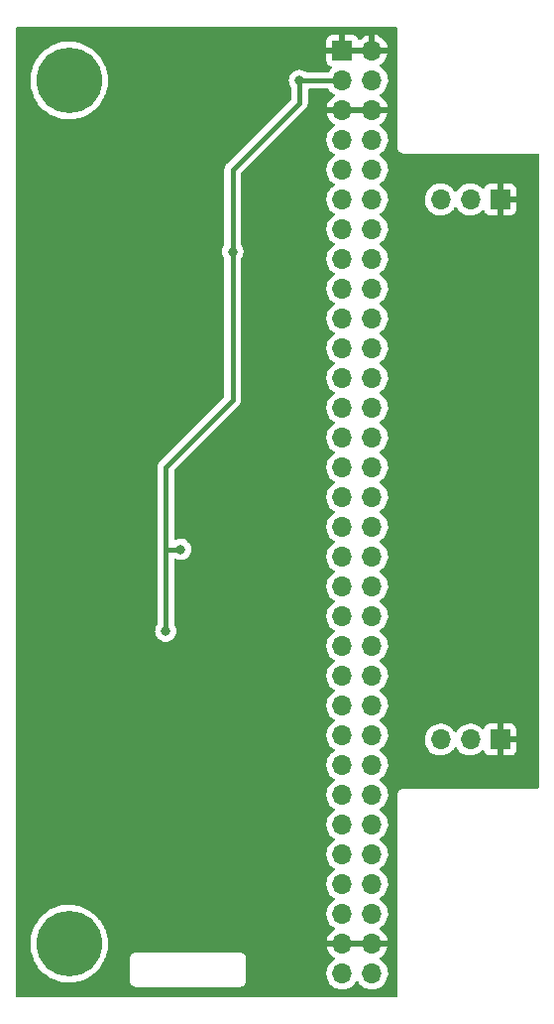
<source format=gbr>
%TF.GenerationSoftware,KiCad,Pcbnew,(6.0.4)*%
%TF.CreationDate,2022-04-07T10:44:55+02:00*%
%TF.ProjectId,srambrd,7372616d-6272-4642-9e6b-696361645f70,rev?*%
%TF.SameCoordinates,Original*%
%TF.FileFunction,Copper,L2,Bot*%
%TF.FilePolarity,Positive*%
%FSLAX46Y46*%
G04 Gerber Fmt 4.6, Leading zero omitted, Abs format (unit mm)*
G04 Created by KiCad (PCBNEW (6.0.4)) date 2022-04-07 10:44:55*
%MOMM*%
%LPD*%
G01*
G04 APERTURE LIST*
%TA.AperFunction,ComponentPad*%
%ADD10R,1.700000X1.700000*%
%TD*%
%TA.AperFunction,ComponentPad*%
%ADD11O,1.700000X1.700000*%
%TD*%
%TA.AperFunction,ComponentPad*%
%ADD12C,5.600000*%
%TD*%
%TA.AperFunction,ViaPad*%
%ADD13C,0.800000*%
%TD*%
%TA.AperFunction,Conductor*%
%ADD14C,0.400000*%
%TD*%
G04 APERTURE END LIST*
D10*
%TO.P,J3,1,Pin_1*%
%TO.N,GND*%
X144780000Y-74930000D03*
D11*
%TO.P,J3,2,Pin_2*%
%TO.N,RX*%
X142240000Y-74930000D03*
%TO.P,J3,3,Pin_3*%
%TO.N,TX*%
X139700000Y-74930000D03*
%TD*%
D12*
%TO.P,H1,1*%
%TO.N,N/C*%
X107950000Y-64770000D03*
%TD*%
D10*
%TO.P,J4,1,Pin_1*%
%TO.N,GND*%
X144780000Y-121013269D03*
D11*
%TO.P,J4,2,Pin_2*%
%TO.N,AUDIO_L*%
X142240000Y-121013269D03*
%TO.P,J4,3,Pin_3*%
%TO.N,AUDIO_R*%
X139700000Y-121013269D03*
%TD*%
D12*
%TO.P,H2,1*%
%TO.N,N/C*%
X107950000Y-138430000D03*
%TD*%
D10*
%TO.P,J1,1,Pin_1*%
%TO.N,GND*%
X131298000Y-62225000D03*
D11*
%TO.P,J1,2,Pin_2*%
X133838000Y-62225000D03*
%TO.P,J1,3,Pin_3*%
%TO.N,3v3*%
X131298000Y-64765000D03*
%TO.P,J1,4,Pin_4*%
X133838000Y-64765000D03*
%TO.P,J1,5,Pin_5*%
%TO.N,GND*%
X131298000Y-67305000D03*
%TO.P,J1,6,Pin_6*%
X133838000Y-67305000D03*
%TO.P,J1,7,Pin_7*%
%TO.N,SD_DAT3*%
X131298000Y-69845000D03*
%TO.P,J1,8,Pin_8*%
%TO.N,SD_DAT2*%
X133838000Y-69845000D03*
%TO.P,J1,9,Pin_9*%
%TO.N,SD_CLK*%
X131298000Y-72385000D03*
%TO.P,J1,10,Pin_10*%
%TO.N,SD_CMD*%
X133838000Y-72385000D03*
%TO.P,J1,11,Pin_11*%
%TO.N,SD_DAT1*%
X131298000Y-74925000D03*
%TO.P,J1,12,Pin_12*%
%TO.N,SD_DAT0*%
X133838000Y-74925000D03*
%TO.P,J1,13,Pin_13*%
%TO.N,TX*%
X131298000Y-77465000D03*
%TO.P,J1,14,Pin_14*%
%TO.N,RX*%
X133838000Y-77465000D03*
%TO.P,J1,15,Pin_15*%
%TO.N,unconnected-(J1-Pad15)*%
X131298000Y-80005000D03*
%TO.P,J1,16,Pin_16*%
%TO.N,PWM_L*%
X133838000Y-80005000D03*
%TO.P,J1,17,Pin_17*%
%TO.N,unconnected-(J1-Pad17)*%
X131298000Y-82545000D03*
%TO.P,J1,18,Pin_18*%
%TO.N,PWM_R*%
X133838000Y-82545000D03*
%TO.P,J1,19,Pin_19*%
%TO.N,unconnected-(J1-Pad19)*%
X131298000Y-85085000D03*
%TO.P,J1,20,Pin_20*%
%TO.N,unconnected-(J1-Pad20)*%
X133838000Y-85085000D03*
%TO.P,J1,21,Pin_21*%
%TO.N,A9*%
X131298000Y-87625000D03*
%TO.P,J1,22,Pin_22*%
%TO.N,unconnected-(J1-Pad22)*%
X133838000Y-87625000D03*
%TO.P,J1,23,Pin_23*%
%TO.N,A7*%
X131298000Y-90165000D03*
%TO.P,J1,24,Pin_24*%
%TO.N,A8*%
X133838000Y-90165000D03*
%TO.P,J1,25,Pin_25*%
%TO.N,A5*%
X131298000Y-92705000D03*
%TO.P,J1,26,Pin_26*%
%TO.N,A6*%
X133838000Y-92705000D03*
%TO.P,J1,27,Pin_27*%
%TO.N,CE_N*%
X131298000Y-95245000D03*
%TO.P,J1,28,Pin_28*%
%TO.N,WE_N*%
X133838000Y-95245000D03*
%TO.P,J1,29,Pin_29*%
%TO.N,A3*%
X131298000Y-97785000D03*
%TO.P,J1,30,Pin_30*%
%TO.N,A4*%
X133838000Y-97785000D03*
%TO.P,J1,31,Pin_31*%
%TO.N,A1*%
X131298000Y-100325000D03*
%TO.P,J1,32,Pin_32*%
%TO.N,A2*%
X133838000Y-100325000D03*
%TO.P,J1,33,Pin_33*%
%TO.N,D0*%
X131298000Y-102865000D03*
%TO.P,J1,34,Pin_34*%
%TO.N,A0*%
X133838000Y-102865000D03*
%TO.P,J1,35,Pin_35*%
%TO.N,D2*%
X131298000Y-105405000D03*
%TO.P,J1,36,Pin_36*%
%TO.N,D1*%
X133838000Y-105405000D03*
%TO.P,J1,37,Pin_37*%
%TO.N,D4*%
X131298000Y-107945000D03*
%TO.P,J1,38,Pin_38*%
%TO.N,D3*%
X133838000Y-107945000D03*
%TO.P,J1,39,Pin_39*%
%TO.N,D6*%
X131298000Y-110485000D03*
%TO.P,J1,40,Pin_40*%
%TO.N,D5*%
X133838000Y-110485000D03*
%TO.P,J1,41,Pin_41*%
%TO.N,D8*%
X131298000Y-113025000D03*
%TO.P,J1,42,Pin_42*%
%TO.N,D7*%
X133838000Y-113025000D03*
%TO.P,J1,43,Pin_43*%
%TO.N,A17*%
X131298000Y-115565000D03*
%TO.P,J1,44,Pin_44*%
%TO.N,D9*%
X133838000Y-115565000D03*
%TO.P,J1,45,Pin_45*%
%TO.N,A15*%
X131298000Y-118105000D03*
%TO.P,J1,46,Pin_46*%
%TO.N,A16*%
X133838000Y-118105000D03*
%TO.P,J1,47,Pin_47*%
%TO.N,UB_N*%
X131298000Y-120645000D03*
%TO.P,J1,48,Pin_48*%
%TO.N,OE_N*%
X133838000Y-120645000D03*
%TO.P,J1,49,Pin_49*%
%TO.N,D15*%
X131298000Y-123185000D03*
%TO.P,J1,50,Pin_50*%
%TO.N,LB_N*%
X133838000Y-123185000D03*
%TO.P,J1,51,Pin_51*%
%TO.N,D13*%
X131298000Y-125725000D03*
%TO.P,J1,52,Pin_52*%
%TO.N,D14*%
X133838000Y-125725000D03*
%TO.P,J1,53,Pin_53*%
%TO.N,D11*%
X131298000Y-128265000D03*
%TO.P,J1,54,Pin_54*%
%TO.N,D12*%
X133838000Y-128265000D03*
%TO.P,J1,55,Pin_55*%
%TO.N,A14*%
X131298000Y-130805000D03*
%TO.P,J1,56,Pin_56*%
%TO.N,D10*%
X133838000Y-130805000D03*
%TO.P,J1,57,Pin_57*%
%TO.N,A12*%
X131298000Y-133345000D03*
%TO.P,J1,58,Pin_58*%
%TO.N,A13*%
X133838000Y-133345000D03*
%TO.P,J1,59,Pin_59*%
%TO.N,A10*%
X131298000Y-135885000D03*
%TO.P,J1,60,Pin_60*%
%TO.N,A11*%
X133838000Y-135885000D03*
%TO.P,J1,61,Pin_61*%
%TO.N,GND*%
X131298000Y-138425000D03*
%TO.P,J1,62,Pin_62*%
X133838000Y-138425000D03*
%TO.P,J1,63,Pin_63*%
%TO.N,unconnected-(J1-Pad63)*%
X131298000Y-140965000D03*
%TO.P,J1,64,Pin_64*%
%TO.N,unconnected-(J1-Pad64)*%
X133838000Y-140965000D03*
%TD*%
D13*
%TO.N,GND*%
X120015000Y-81658768D03*
X127635000Y-83820000D03*
X137160000Y-107315000D03*
X117475000Y-121285000D03*
X105410000Y-99695000D03*
X123190000Y-111760000D03*
X117475000Y-122555000D03*
X120015000Y-71755000D03*
X118745000Y-137795000D03*
X114935000Y-95885000D03*
X105410000Y-102235000D03*
X122555000Y-137795000D03*
X121285000Y-111760000D03*
X137160000Y-95250000D03*
X121285000Y-95885000D03*
X105410000Y-104775000D03*
X114935000Y-137795000D03*
X113869885Y-117563638D03*
%TO.N,3v3*%
X117475000Y-104775000D03*
X127632501Y-64767501D03*
X121935299Y-79375000D03*
X116205000Y-111760000D03*
%TD*%
D14*
%TO.N,3v3*%
X121920000Y-72390000D02*
X127632501Y-66677499D01*
X117475000Y-104775000D02*
X116205000Y-104775000D01*
X127635000Y-64765000D02*
X131298000Y-64765000D01*
X116205000Y-111760000D02*
X116205000Y-104775000D01*
X127632501Y-66677499D02*
X127632501Y-64767501D01*
X121920000Y-92017273D02*
X121920000Y-72390000D01*
X116205000Y-104775000D02*
X116205000Y-97790000D01*
X127632501Y-64767501D02*
X127635000Y-64765000D01*
X116205000Y-97790000D02*
X121920000Y-92017273D01*
%TD*%
%TA.AperFunction,Conductor*%
%TO.N,GND*%
G36*
X135958621Y-60218502D02*
G01*
X136005114Y-60272158D01*
X136016500Y-60324500D01*
X136016500Y-70476377D01*
X136016498Y-70477147D01*
X136016024Y-70554721D01*
X136018491Y-70563352D01*
X136024150Y-70583153D01*
X136027728Y-70599915D01*
X136031920Y-70629187D01*
X136035634Y-70637355D01*
X136035634Y-70637356D01*
X136042548Y-70652562D01*
X136048996Y-70670086D01*
X136056051Y-70694771D01*
X136060843Y-70702365D01*
X136060844Y-70702368D01*
X136071830Y-70719780D01*
X136079969Y-70734863D01*
X136092208Y-70761782D01*
X136098069Y-70768584D01*
X136108970Y-70781235D01*
X136120073Y-70796239D01*
X136133776Y-70817958D01*
X136140501Y-70823897D01*
X136140504Y-70823901D01*
X136155938Y-70837532D01*
X136167982Y-70849724D01*
X136181427Y-70865327D01*
X136181430Y-70865329D01*
X136187287Y-70872127D01*
X136194816Y-70877007D01*
X136194817Y-70877008D01*
X136208835Y-70886094D01*
X136223709Y-70897385D01*
X136236217Y-70908431D01*
X136242951Y-70914378D01*
X136269711Y-70926942D01*
X136284691Y-70935263D01*
X136301983Y-70946471D01*
X136301988Y-70946473D01*
X136309515Y-70951352D01*
X136318108Y-70953922D01*
X136318113Y-70953924D01*
X136334120Y-70958711D01*
X136351564Y-70965372D01*
X136366676Y-70972467D01*
X136366678Y-70972468D01*
X136374800Y-70976281D01*
X136383667Y-70977662D01*
X136383668Y-70977662D01*
X136393310Y-70979163D01*
X136404017Y-70980830D01*
X136420732Y-70984613D01*
X136440466Y-70990515D01*
X136440472Y-70990516D01*
X136449066Y-70993086D01*
X136458037Y-70993141D01*
X136458038Y-70993141D01*
X136468097Y-70993202D01*
X136483506Y-70993296D01*
X136484289Y-70993329D01*
X136485386Y-70993500D01*
X136516377Y-70993500D01*
X136517147Y-70993502D01*
X136590785Y-70993952D01*
X136590786Y-70993952D01*
X136594721Y-70993976D01*
X136596065Y-70993592D01*
X136597410Y-70993500D01*
X147955500Y-70993500D01*
X148023621Y-71013502D01*
X148070114Y-71067158D01*
X148081500Y-71119500D01*
X148081500Y-125095500D01*
X148061498Y-125163621D01*
X148007842Y-125210114D01*
X147955500Y-125221500D01*
X136533623Y-125221500D01*
X136532853Y-125221498D01*
X136532037Y-125221493D01*
X136455279Y-125221024D01*
X136432918Y-125227415D01*
X136426847Y-125229150D01*
X136410085Y-125232728D01*
X136380813Y-125236920D01*
X136372645Y-125240634D01*
X136372644Y-125240634D01*
X136357438Y-125247548D01*
X136339914Y-125253996D01*
X136315229Y-125261051D01*
X136307635Y-125265843D01*
X136307632Y-125265844D01*
X136290220Y-125276830D01*
X136275137Y-125284969D01*
X136248218Y-125297208D01*
X136241416Y-125303069D01*
X136228765Y-125313970D01*
X136213761Y-125325073D01*
X136192042Y-125338776D01*
X136186103Y-125345501D01*
X136186099Y-125345504D01*
X136172468Y-125360938D01*
X136160276Y-125372982D01*
X136144673Y-125386427D01*
X136144671Y-125386430D01*
X136137873Y-125392287D01*
X136132993Y-125399816D01*
X136132992Y-125399817D01*
X136123906Y-125413835D01*
X136112615Y-125428709D01*
X136101569Y-125441217D01*
X136095622Y-125447951D01*
X136087811Y-125464588D01*
X136083058Y-125474711D01*
X136074737Y-125489691D01*
X136063529Y-125506983D01*
X136063527Y-125506988D01*
X136058648Y-125514515D01*
X136056078Y-125523108D01*
X136056076Y-125523113D01*
X136051289Y-125539120D01*
X136044628Y-125556564D01*
X136033719Y-125579800D01*
X136032338Y-125588667D01*
X136032338Y-125588668D01*
X136029170Y-125609015D01*
X136025387Y-125625732D01*
X136019485Y-125645466D01*
X136019484Y-125645472D01*
X136016914Y-125654066D01*
X136016859Y-125663037D01*
X136016859Y-125663038D01*
X136016704Y-125688497D01*
X136016671Y-125689289D01*
X136016500Y-125690386D01*
X136016500Y-125721377D01*
X136016498Y-125722147D01*
X136016024Y-125799721D01*
X136016408Y-125801065D01*
X136016500Y-125802410D01*
X136016500Y-142875500D01*
X135996498Y-142943621D01*
X135942842Y-142990114D01*
X135890500Y-143001500D01*
X103504500Y-143001500D01*
X103436379Y-142981498D01*
X103389886Y-142927842D01*
X103378500Y-142875500D01*
X103378500Y-138418434D01*
X104636661Y-138418434D01*
X104654792Y-138776340D01*
X104655329Y-138779695D01*
X104655330Y-138779701D01*
X104710929Y-139126819D01*
X104711470Y-139130195D01*
X104806033Y-139475859D01*
X104937374Y-139809288D01*
X104968151Y-139867909D01*
X105095988Y-140111403D01*
X105103957Y-140126582D01*
X105105858Y-140129411D01*
X105105864Y-140129421D01*
X105237685Y-140325590D01*
X105303834Y-140424029D01*
X105534665Y-140698150D01*
X105793751Y-140945738D01*
X106078061Y-141163897D01*
X106110056Y-141183350D01*
X106381355Y-141348303D01*
X106381360Y-141348306D01*
X106384270Y-141350075D01*
X106387358Y-141351521D01*
X106387357Y-141351521D01*
X106705710Y-141500649D01*
X106705720Y-141500653D01*
X106708794Y-141502093D01*
X106712012Y-141503195D01*
X106712015Y-141503196D01*
X107044615Y-141617071D01*
X107044623Y-141617073D01*
X107047838Y-141618174D01*
X107397435Y-141696959D01*
X107478404Y-141706184D01*
X107750114Y-141737142D01*
X107750122Y-141737142D01*
X107753497Y-141737527D01*
X107756901Y-141737545D01*
X107756904Y-141737545D01*
X107951227Y-141738562D01*
X108111857Y-141739403D01*
X108115243Y-141739053D01*
X108115245Y-141739053D01*
X108464932Y-141702917D01*
X108464941Y-141702916D01*
X108468324Y-141702566D01*
X108471657Y-141701852D01*
X108471660Y-141701851D01*
X108598209Y-141674721D01*
X113156024Y-141674721D01*
X113158491Y-141683352D01*
X113164150Y-141703153D01*
X113167728Y-141719915D01*
X113171920Y-141749187D01*
X113175634Y-141757355D01*
X113175634Y-141757356D01*
X113182548Y-141772562D01*
X113188996Y-141790086D01*
X113196051Y-141814771D01*
X113200843Y-141822365D01*
X113200844Y-141822368D01*
X113211830Y-141839780D01*
X113219969Y-141854863D01*
X113232208Y-141881782D01*
X113238069Y-141888584D01*
X113248970Y-141901235D01*
X113260073Y-141916239D01*
X113273776Y-141937958D01*
X113280501Y-141943897D01*
X113280504Y-141943901D01*
X113295938Y-141957532D01*
X113307982Y-141969724D01*
X113321427Y-141985327D01*
X113321430Y-141985329D01*
X113327287Y-141992127D01*
X113334816Y-141997007D01*
X113334817Y-141997008D01*
X113348835Y-142006094D01*
X113363709Y-142017385D01*
X113376217Y-142028431D01*
X113382951Y-142034378D01*
X113409711Y-142046942D01*
X113424691Y-142055263D01*
X113441983Y-142066471D01*
X113441988Y-142066473D01*
X113449515Y-142071352D01*
X113458108Y-142073922D01*
X113458113Y-142073924D01*
X113474120Y-142078711D01*
X113491564Y-142085372D01*
X113506676Y-142092467D01*
X113506678Y-142092468D01*
X113514800Y-142096281D01*
X113523667Y-142097662D01*
X113523668Y-142097662D01*
X113526353Y-142098080D01*
X113544017Y-142100830D01*
X113560732Y-142104613D01*
X113580466Y-142110515D01*
X113580472Y-142110516D01*
X113589066Y-142113086D01*
X113598037Y-142113141D01*
X113598038Y-142113141D01*
X113608097Y-142113202D01*
X113623506Y-142113296D01*
X113624289Y-142113329D01*
X113625386Y-142113500D01*
X113656377Y-142113500D01*
X113657147Y-142113502D01*
X113730785Y-142113952D01*
X113730786Y-142113952D01*
X113734721Y-142113976D01*
X113736065Y-142113592D01*
X113737410Y-142113500D01*
X122546377Y-142113500D01*
X122547148Y-142113502D01*
X122624721Y-142113976D01*
X122653152Y-142105850D01*
X122669915Y-142102272D01*
X122670753Y-142102152D01*
X122699187Y-142098080D01*
X122722564Y-142087451D01*
X122740087Y-142081004D01*
X122764771Y-142073949D01*
X122772365Y-142069157D01*
X122772368Y-142069156D01*
X122789780Y-142058170D01*
X122804865Y-142050030D01*
X122831782Y-142037792D01*
X122851235Y-142021030D01*
X122866239Y-142009927D01*
X122887958Y-141996224D01*
X122893897Y-141989499D01*
X122893901Y-141989496D01*
X122907532Y-141974062D01*
X122919724Y-141962018D01*
X122935327Y-141948573D01*
X122935329Y-141948570D01*
X122942127Y-141942713D01*
X122947107Y-141935031D01*
X122956094Y-141921165D01*
X122967385Y-141906291D01*
X122978431Y-141893783D01*
X122978432Y-141893782D01*
X122984378Y-141887049D01*
X122996943Y-141860287D01*
X123005263Y-141845309D01*
X123016471Y-141828017D01*
X123016473Y-141828012D01*
X123021352Y-141820485D01*
X123023922Y-141811892D01*
X123023924Y-141811887D01*
X123028711Y-141795880D01*
X123035372Y-141778436D01*
X123042467Y-141763324D01*
X123042468Y-141763322D01*
X123046281Y-141755200D01*
X123050830Y-141725983D01*
X123054613Y-141709268D01*
X123060515Y-141689534D01*
X123060516Y-141689528D01*
X123063086Y-141680934D01*
X123063296Y-141646494D01*
X123063329Y-141645711D01*
X123063500Y-141644614D01*
X123063500Y-141613623D01*
X123063502Y-141612853D01*
X123063952Y-141539215D01*
X123063952Y-141539214D01*
X123063976Y-141535279D01*
X123063592Y-141533935D01*
X123063500Y-141532590D01*
X123063500Y-140931695D01*
X129935251Y-140931695D01*
X129935548Y-140936848D01*
X129935548Y-140936851D01*
X129941011Y-141031590D01*
X129948110Y-141154715D01*
X129949247Y-141159761D01*
X129949248Y-141159767D01*
X129949710Y-141161816D01*
X129997222Y-141372639D01*
X130081266Y-141579616D01*
X130119263Y-141641622D01*
X130195291Y-141765688D01*
X130197987Y-141770088D01*
X130344250Y-141938938D01*
X130516126Y-142081632D01*
X130709000Y-142194338D01*
X130917692Y-142274030D01*
X130922760Y-142275061D01*
X130922763Y-142275062D01*
X131030017Y-142296883D01*
X131136597Y-142318567D01*
X131141772Y-142318757D01*
X131141774Y-142318757D01*
X131354673Y-142326564D01*
X131354677Y-142326564D01*
X131359837Y-142326753D01*
X131364957Y-142326097D01*
X131364959Y-142326097D01*
X131576288Y-142299025D01*
X131576289Y-142299025D01*
X131581416Y-142298368D01*
X131586366Y-142296883D01*
X131790429Y-142235661D01*
X131790434Y-142235659D01*
X131795384Y-142234174D01*
X131995994Y-142135896D01*
X132177860Y-142006173D01*
X132194596Y-141989496D01*
X132271049Y-141913309D01*
X132336096Y-141848489D01*
X132384531Y-141781085D01*
X132466453Y-141667077D01*
X132467776Y-141668028D01*
X132514645Y-141624857D01*
X132584580Y-141612625D01*
X132650026Y-141640144D01*
X132677875Y-141671994D01*
X132684835Y-141683352D01*
X132737987Y-141770088D01*
X132884250Y-141938938D01*
X133056126Y-142081632D01*
X133249000Y-142194338D01*
X133457692Y-142274030D01*
X133462760Y-142275061D01*
X133462763Y-142275062D01*
X133570017Y-142296883D01*
X133676597Y-142318567D01*
X133681772Y-142318757D01*
X133681774Y-142318757D01*
X133894673Y-142326564D01*
X133894677Y-142326564D01*
X133899837Y-142326753D01*
X133904957Y-142326097D01*
X133904959Y-142326097D01*
X134116288Y-142299025D01*
X134116289Y-142299025D01*
X134121416Y-142298368D01*
X134126366Y-142296883D01*
X134330429Y-142235661D01*
X134330434Y-142235659D01*
X134335384Y-142234174D01*
X134535994Y-142135896D01*
X134717860Y-142006173D01*
X134734596Y-141989496D01*
X134811049Y-141913309D01*
X134876096Y-141848489D01*
X134924531Y-141781085D01*
X135003435Y-141671277D01*
X135006453Y-141667077D01*
X135016622Y-141646503D01*
X135103136Y-141471453D01*
X135103137Y-141471451D01*
X135105430Y-141466811D01*
X135170370Y-141253069D01*
X135199529Y-141031590D01*
X135199611Y-141028240D01*
X135201074Y-140968365D01*
X135201074Y-140968361D01*
X135201156Y-140965000D01*
X135182852Y-140742361D01*
X135128431Y-140525702D01*
X135039354Y-140320840D01*
X134966678Y-140208500D01*
X134920822Y-140137617D01*
X134920820Y-140137614D01*
X134918014Y-140133277D01*
X134767670Y-139968051D01*
X134763619Y-139964852D01*
X134763615Y-139964848D01*
X134596414Y-139832800D01*
X134596410Y-139832798D01*
X134592359Y-139829598D01*
X134550569Y-139806529D01*
X134500598Y-139756097D01*
X134485826Y-139686654D01*
X134510942Y-139620248D01*
X134538294Y-139593641D01*
X134713328Y-139468792D01*
X134721200Y-139462139D01*
X134872052Y-139311812D01*
X134878730Y-139303965D01*
X135003003Y-139131020D01*
X135008313Y-139122183D01*
X135102670Y-138931267D01*
X135106469Y-138921672D01*
X135168377Y-138717910D01*
X135170555Y-138707837D01*
X135171986Y-138696962D01*
X135169775Y-138682778D01*
X135156617Y-138679000D01*
X129981225Y-138679000D01*
X129967694Y-138682973D01*
X129966257Y-138692966D01*
X129996565Y-138827446D01*
X129999645Y-138837275D01*
X130079770Y-139034603D01*
X130084413Y-139043794D01*
X130195694Y-139225388D01*
X130201777Y-139233699D01*
X130341213Y-139394667D01*
X130348580Y-139401883D01*
X130512434Y-139537916D01*
X130520881Y-139543831D01*
X130589969Y-139584203D01*
X130638693Y-139635842D01*
X130651764Y-139705625D01*
X130625033Y-139771396D01*
X130584584Y-139804752D01*
X130571607Y-139811507D01*
X130567474Y-139814610D01*
X130567471Y-139814612D01*
X130397100Y-139942530D01*
X130392965Y-139945635D01*
X130238629Y-140107138D01*
X130235720Y-140111403D01*
X130235714Y-140111411D01*
X130223404Y-140129457D01*
X130112743Y-140291680D01*
X130097003Y-140325590D01*
X130037296Y-140454218D01*
X130018688Y-140494305D01*
X129958989Y-140709570D01*
X129935251Y-140931695D01*
X123063500Y-140931695D01*
X123063500Y-139708616D01*
X123063502Y-139707846D01*
X123063603Y-139691377D01*
X123063976Y-139630279D01*
X123055850Y-139601847D01*
X123052272Y-139585085D01*
X123049352Y-139564698D01*
X123048080Y-139555813D01*
X123037451Y-139532436D01*
X123031004Y-139514913D01*
X123026416Y-139498862D01*
X123023949Y-139490229D01*
X123019156Y-139482632D01*
X123008170Y-139465220D01*
X123000030Y-139450135D01*
X122997564Y-139444711D01*
X122987792Y-139423218D01*
X122971030Y-139403765D01*
X122959927Y-139388761D01*
X122946224Y-139367042D01*
X122939499Y-139361103D01*
X122939496Y-139361099D01*
X122924062Y-139347468D01*
X122912018Y-139335276D01*
X122898573Y-139319673D01*
X122898570Y-139319671D01*
X122892713Y-139312873D01*
X122879009Y-139303990D01*
X122871165Y-139298906D01*
X122856291Y-139287615D01*
X122843783Y-139276569D01*
X122843782Y-139276568D01*
X122837049Y-139270622D01*
X122810287Y-139258057D01*
X122795309Y-139249737D01*
X122778017Y-139238529D01*
X122778012Y-139238527D01*
X122770485Y-139233648D01*
X122761892Y-139231078D01*
X122761887Y-139231076D01*
X122745880Y-139226289D01*
X122728436Y-139219628D01*
X122713324Y-139212533D01*
X122713322Y-139212532D01*
X122705200Y-139208719D01*
X122696333Y-139207338D01*
X122696332Y-139207338D01*
X122685478Y-139205648D01*
X122675983Y-139204170D01*
X122659268Y-139200387D01*
X122639534Y-139194485D01*
X122639528Y-139194484D01*
X122630934Y-139191914D01*
X122621963Y-139191859D01*
X122621962Y-139191859D01*
X122611903Y-139191798D01*
X122596494Y-139191704D01*
X122595711Y-139191671D01*
X122594614Y-139191500D01*
X122563623Y-139191500D01*
X122562853Y-139191498D01*
X122489215Y-139191048D01*
X122489214Y-139191048D01*
X122485279Y-139191024D01*
X122483935Y-139191408D01*
X122482590Y-139191500D01*
X113673623Y-139191500D01*
X113672853Y-139191498D01*
X113672037Y-139191493D01*
X113595279Y-139191024D01*
X113572918Y-139197415D01*
X113566847Y-139199150D01*
X113550085Y-139202728D01*
X113520813Y-139206920D01*
X113512645Y-139210634D01*
X113512644Y-139210634D01*
X113497438Y-139217548D01*
X113479914Y-139223996D01*
X113455229Y-139231051D01*
X113447635Y-139235843D01*
X113447632Y-139235844D01*
X113430220Y-139246830D01*
X113415137Y-139254969D01*
X113388218Y-139267208D01*
X113381416Y-139273069D01*
X113368765Y-139283970D01*
X113353761Y-139295073D01*
X113332042Y-139308776D01*
X113326103Y-139315501D01*
X113326099Y-139315504D01*
X113312468Y-139330938D01*
X113300276Y-139342982D01*
X113284673Y-139356427D01*
X113284671Y-139356430D01*
X113277873Y-139362287D01*
X113272993Y-139369816D01*
X113272992Y-139369817D01*
X113263906Y-139383835D01*
X113252615Y-139398709D01*
X113241569Y-139411217D01*
X113235622Y-139417951D01*
X113229312Y-139431391D01*
X113223058Y-139444711D01*
X113214737Y-139459691D01*
X113203529Y-139476983D01*
X113203527Y-139476988D01*
X113198648Y-139484515D01*
X113196078Y-139493108D01*
X113196076Y-139493113D01*
X113191289Y-139509120D01*
X113184628Y-139526564D01*
X113177533Y-139541676D01*
X113173719Y-139549800D01*
X113172338Y-139558667D01*
X113172338Y-139558668D01*
X113169170Y-139579015D01*
X113165387Y-139595732D01*
X113159485Y-139615466D01*
X113159484Y-139615472D01*
X113156914Y-139624066D01*
X113156774Y-139647069D01*
X113156704Y-139658497D01*
X113156671Y-139659289D01*
X113156500Y-139660386D01*
X113156500Y-139691377D01*
X113156498Y-139692147D01*
X113156024Y-139769721D01*
X113156408Y-139771065D01*
X113156500Y-139772410D01*
X113156500Y-141596377D01*
X113156498Y-141597147D01*
X113156024Y-141674721D01*
X108598209Y-141674721D01*
X108732656Y-141645898D01*
X108818727Y-141627446D01*
X109158968Y-141514922D01*
X109485066Y-141366311D01*
X109684427Y-141247939D01*
X109790262Y-141185099D01*
X109790267Y-141185096D01*
X109793207Y-141183350D01*
X110079786Y-140968180D01*
X110341451Y-140723319D01*
X110575140Y-140451630D01*
X110681844Y-140296375D01*
X110776190Y-140159101D01*
X110776195Y-140159094D01*
X110778120Y-140156292D01*
X110779732Y-140153298D01*
X110779737Y-140153290D01*
X110946395Y-139843772D01*
X110948017Y-139840760D01*
X111039499Y-139615466D01*
X111081562Y-139511877D01*
X111081564Y-139511872D01*
X111082842Y-139508724D01*
X111085652Y-139498862D01*
X111136695Y-139319673D01*
X111181020Y-139164070D01*
X111236880Y-138837275D01*
X111240829Y-138814175D01*
X111240829Y-138814173D01*
X111241401Y-138810828D01*
X111243511Y-138776340D01*
X111263168Y-138454928D01*
X111263278Y-138453131D01*
X111263359Y-138430000D01*
X111243979Y-138072159D01*
X111186066Y-137718505D01*
X111090297Y-137373173D01*
X111087243Y-137365497D01*
X110959052Y-137043369D01*
X110957793Y-137040205D01*
X110927768Y-136983498D01*
X110791702Y-136726513D01*
X110791698Y-136726506D01*
X110790103Y-136723494D01*
X110589190Y-136426746D01*
X110559260Y-136391453D01*
X110471182Y-136287596D01*
X110357403Y-136153432D01*
X110097454Y-135906750D01*
X110025184Y-135851695D01*
X129935251Y-135851695D01*
X129935548Y-135856848D01*
X129935548Y-135856851D01*
X129941011Y-135951590D01*
X129948110Y-136074715D01*
X129949247Y-136079761D01*
X129949248Y-136079767D01*
X129969119Y-136167939D01*
X129997222Y-136292639D01*
X130081266Y-136499616D01*
X130132019Y-136582438D01*
X130195291Y-136685688D01*
X130197987Y-136690088D01*
X130344250Y-136858938D01*
X130516126Y-137001632D01*
X130559044Y-137026711D01*
X130589955Y-137044774D01*
X130638679Y-137096412D01*
X130651750Y-137166195D01*
X130625019Y-137231967D01*
X130584562Y-137265327D01*
X130576457Y-137269546D01*
X130567738Y-137275036D01*
X130397433Y-137402905D01*
X130389726Y-137409748D01*
X130242590Y-137563717D01*
X130236104Y-137571727D01*
X130116098Y-137747649D01*
X130111000Y-137756623D01*
X130021338Y-137949783D01*
X130017775Y-137959470D01*
X129962389Y-138159183D01*
X129963912Y-138167607D01*
X129976292Y-138171000D01*
X135156344Y-138171000D01*
X135169875Y-138167027D01*
X135171180Y-138157947D01*
X135129214Y-137990875D01*
X135125894Y-137981124D01*
X135040972Y-137785814D01*
X135036105Y-137776739D01*
X134920426Y-137597926D01*
X134914136Y-137589757D01*
X134770806Y-137432240D01*
X134763273Y-137425215D01*
X134596139Y-137293222D01*
X134587556Y-137287520D01*
X134550602Y-137267120D01*
X134500631Y-137216687D01*
X134485859Y-137147245D01*
X134510975Y-137080839D01*
X134538327Y-137054232D01*
X134576910Y-137026711D01*
X134717860Y-136926173D01*
X134876096Y-136768489D01*
X134935594Y-136685689D01*
X135003435Y-136591277D01*
X135006453Y-136587077D01*
X135027320Y-136544857D01*
X135103136Y-136391453D01*
X135103137Y-136391451D01*
X135105430Y-136386811D01*
X135170370Y-136173069D01*
X135199529Y-135951590D01*
X135199611Y-135948240D01*
X135201074Y-135888365D01*
X135201074Y-135888361D01*
X135201156Y-135885000D01*
X135182852Y-135662361D01*
X135128431Y-135445702D01*
X135039354Y-135240840D01*
X134987546Y-135160757D01*
X134920822Y-135057617D01*
X134920820Y-135057614D01*
X134918014Y-135053277D01*
X134767670Y-134888051D01*
X134763619Y-134884852D01*
X134763615Y-134884848D01*
X134596414Y-134752800D01*
X134596410Y-134752798D01*
X134592359Y-134749598D01*
X134551053Y-134726796D01*
X134501084Y-134676364D01*
X134486312Y-134606921D01*
X134511428Y-134540516D01*
X134538780Y-134513909D01*
X134582603Y-134482650D01*
X134717860Y-134386173D01*
X134876096Y-134228489D01*
X134935594Y-134145689D01*
X135003435Y-134051277D01*
X135006453Y-134047077D01*
X135027320Y-134004857D01*
X135103136Y-133851453D01*
X135103137Y-133851451D01*
X135105430Y-133846811D01*
X135170370Y-133633069D01*
X135199529Y-133411590D01*
X135201156Y-133345000D01*
X135182852Y-133122361D01*
X135128431Y-132905702D01*
X135039354Y-132700840D01*
X134918014Y-132513277D01*
X134767670Y-132348051D01*
X134763619Y-132344852D01*
X134763615Y-132344848D01*
X134596414Y-132212800D01*
X134596410Y-132212798D01*
X134592359Y-132209598D01*
X134551053Y-132186796D01*
X134501084Y-132136364D01*
X134486312Y-132066921D01*
X134511428Y-132000516D01*
X134538780Y-131973909D01*
X134582603Y-131942650D01*
X134717860Y-131846173D01*
X134876096Y-131688489D01*
X134935594Y-131605689D01*
X135003435Y-131511277D01*
X135006453Y-131507077D01*
X135027320Y-131464857D01*
X135103136Y-131311453D01*
X135103137Y-131311451D01*
X135105430Y-131306811D01*
X135170370Y-131093069D01*
X135199529Y-130871590D01*
X135201156Y-130805000D01*
X135182852Y-130582361D01*
X135128431Y-130365702D01*
X135039354Y-130160840D01*
X134918014Y-129973277D01*
X134767670Y-129808051D01*
X134763619Y-129804852D01*
X134763615Y-129804848D01*
X134596414Y-129672800D01*
X134596410Y-129672798D01*
X134592359Y-129669598D01*
X134551053Y-129646796D01*
X134501084Y-129596364D01*
X134486312Y-129526921D01*
X134511428Y-129460516D01*
X134538780Y-129433909D01*
X134582603Y-129402650D01*
X134717860Y-129306173D01*
X134876096Y-129148489D01*
X134935594Y-129065689D01*
X135003435Y-128971277D01*
X135006453Y-128967077D01*
X135027320Y-128924857D01*
X135103136Y-128771453D01*
X135103137Y-128771451D01*
X135105430Y-128766811D01*
X135170370Y-128553069D01*
X135199529Y-128331590D01*
X135201156Y-128265000D01*
X135182852Y-128042361D01*
X135128431Y-127825702D01*
X135039354Y-127620840D01*
X134918014Y-127433277D01*
X134767670Y-127268051D01*
X134763619Y-127264852D01*
X134763615Y-127264848D01*
X134596414Y-127132800D01*
X134596410Y-127132798D01*
X134592359Y-127129598D01*
X134551053Y-127106796D01*
X134501084Y-127056364D01*
X134486312Y-126986921D01*
X134511428Y-126920516D01*
X134538780Y-126893909D01*
X134582603Y-126862650D01*
X134717860Y-126766173D01*
X134876096Y-126608489D01*
X134935594Y-126525689D01*
X135003435Y-126431277D01*
X135006453Y-126427077D01*
X135027320Y-126384857D01*
X135103136Y-126231453D01*
X135103137Y-126231451D01*
X135105430Y-126226811D01*
X135153768Y-126067713D01*
X135168865Y-126018023D01*
X135168865Y-126018021D01*
X135170370Y-126013069D01*
X135199529Y-125791590D01*
X135201156Y-125725000D01*
X135182852Y-125502361D01*
X135128431Y-125285702D01*
X135039354Y-125080840D01*
X134918014Y-124893277D01*
X134767670Y-124728051D01*
X134763619Y-124724852D01*
X134763615Y-124724848D01*
X134596414Y-124592800D01*
X134596410Y-124592798D01*
X134592359Y-124589598D01*
X134551053Y-124566796D01*
X134501084Y-124516364D01*
X134486312Y-124446921D01*
X134511428Y-124380516D01*
X134538780Y-124353909D01*
X134582603Y-124322650D01*
X134717860Y-124226173D01*
X134876096Y-124068489D01*
X134935594Y-123985689D01*
X135003435Y-123891277D01*
X135006453Y-123887077D01*
X135027320Y-123844857D01*
X135103136Y-123691453D01*
X135103137Y-123691451D01*
X135105430Y-123686811D01*
X135170370Y-123473069D01*
X135199529Y-123251590D01*
X135201156Y-123185000D01*
X135182852Y-122962361D01*
X135128431Y-122745702D01*
X135039354Y-122540840D01*
X134999906Y-122479862D01*
X134920822Y-122357617D01*
X134920820Y-122357614D01*
X134918014Y-122353277D01*
X134767670Y-122188051D01*
X134763619Y-122184852D01*
X134763615Y-122184848D01*
X134596414Y-122052800D01*
X134596410Y-122052798D01*
X134592359Y-122049598D01*
X134551053Y-122026796D01*
X134501084Y-121976364D01*
X134486312Y-121906921D01*
X134511428Y-121840516D01*
X134538780Y-121813909D01*
X134582603Y-121782650D01*
X134717860Y-121686173D01*
X134743228Y-121660894D01*
X134872435Y-121532137D01*
X134876096Y-121528489D01*
X134895886Y-121500949D01*
X135003435Y-121351277D01*
X135006453Y-121347077D01*
X135027320Y-121304857D01*
X135103136Y-121151453D01*
X135103137Y-121151451D01*
X135105430Y-121146811D01*
X135156122Y-120979964D01*
X138337251Y-120979964D01*
X138337548Y-120985117D01*
X138337548Y-120985120D01*
X138346871Y-121146811D01*
X138350110Y-121202984D01*
X138351247Y-121208030D01*
X138351248Y-121208036D01*
X138365606Y-121271744D01*
X138399222Y-121420908D01*
X138431723Y-121500949D01*
X138478047Y-121615031D01*
X138483266Y-121627885D01*
X138520822Y-121689171D01*
X138597291Y-121813957D01*
X138599987Y-121818357D01*
X138746250Y-121987207D01*
X138918126Y-122129901D01*
X139111000Y-122242607D01*
X139319692Y-122322299D01*
X139324760Y-122323330D01*
X139324763Y-122323331D01*
X139432017Y-122345152D01*
X139538597Y-122366836D01*
X139543772Y-122367026D01*
X139543774Y-122367026D01*
X139756673Y-122374833D01*
X139756677Y-122374833D01*
X139761837Y-122375022D01*
X139766957Y-122374366D01*
X139766959Y-122374366D01*
X139978288Y-122347294D01*
X139978289Y-122347294D01*
X139983416Y-122346637D01*
X139988366Y-122345152D01*
X140192429Y-122283930D01*
X140192434Y-122283928D01*
X140197384Y-122282443D01*
X140397994Y-122184165D01*
X140579860Y-122054442D01*
X140599760Y-122034612D01*
X140720649Y-121914144D01*
X140738096Y-121896758D01*
X140797594Y-121813958D01*
X140868453Y-121715346D01*
X140869776Y-121716297D01*
X140916645Y-121673126D01*
X140986580Y-121660894D01*
X141052026Y-121688413D01*
X141079875Y-121720263D01*
X141139987Y-121818357D01*
X141286250Y-121987207D01*
X141458126Y-122129901D01*
X141651000Y-122242607D01*
X141859692Y-122322299D01*
X141864760Y-122323330D01*
X141864763Y-122323331D01*
X141972017Y-122345152D01*
X142078597Y-122366836D01*
X142083772Y-122367026D01*
X142083774Y-122367026D01*
X142296673Y-122374833D01*
X142296677Y-122374833D01*
X142301837Y-122375022D01*
X142306957Y-122374366D01*
X142306959Y-122374366D01*
X142518288Y-122347294D01*
X142518289Y-122347294D01*
X142523416Y-122346637D01*
X142528366Y-122345152D01*
X142732429Y-122283930D01*
X142732434Y-122283928D01*
X142737384Y-122282443D01*
X142937994Y-122184165D01*
X143119860Y-122054442D01*
X143139760Y-122034612D01*
X143228479Y-121946202D01*
X143290851Y-121912286D01*
X143361658Y-121917474D01*
X143418419Y-121960120D01*
X143435401Y-121991223D01*
X143476676Y-122101323D01*
X143485214Y-122116918D01*
X143561715Y-122218993D01*
X143574276Y-122231554D01*
X143676351Y-122308055D01*
X143691946Y-122316593D01*
X143812394Y-122361747D01*
X143827649Y-122365374D01*
X143878514Y-122370900D01*
X143885328Y-122371269D01*
X144507885Y-122371269D01*
X144523124Y-122366794D01*
X144524329Y-122365404D01*
X144526000Y-122357721D01*
X144526000Y-122353153D01*
X145034000Y-122353153D01*
X145038475Y-122368392D01*
X145039865Y-122369597D01*
X145047548Y-122371268D01*
X145674669Y-122371268D01*
X145681490Y-122370898D01*
X145732352Y-122365374D01*
X145747604Y-122361748D01*
X145868054Y-122316593D01*
X145883649Y-122308055D01*
X145985724Y-122231554D01*
X145998285Y-122218993D01*
X146074786Y-122116918D01*
X146083324Y-122101323D01*
X146128478Y-121980875D01*
X146132105Y-121965620D01*
X146137631Y-121914755D01*
X146138000Y-121907941D01*
X146138000Y-121285384D01*
X146133525Y-121270145D01*
X146132135Y-121268940D01*
X146124452Y-121267269D01*
X145052115Y-121267269D01*
X145036876Y-121271744D01*
X145035671Y-121273134D01*
X145034000Y-121280817D01*
X145034000Y-122353153D01*
X144526000Y-122353153D01*
X144526000Y-120741154D01*
X145034000Y-120741154D01*
X145038475Y-120756393D01*
X145039865Y-120757598D01*
X145047548Y-120759269D01*
X146119884Y-120759269D01*
X146135123Y-120754794D01*
X146136328Y-120753404D01*
X146137999Y-120745721D01*
X146137999Y-120118600D01*
X146137629Y-120111779D01*
X146132105Y-120060917D01*
X146128479Y-120045665D01*
X146083324Y-119925215D01*
X146074786Y-119909620D01*
X145998285Y-119807545D01*
X145985724Y-119794984D01*
X145883649Y-119718483D01*
X145868054Y-119709945D01*
X145747606Y-119664791D01*
X145732351Y-119661164D01*
X145681486Y-119655638D01*
X145674672Y-119655269D01*
X145052115Y-119655269D01*
X145036876Y-119659744D01*
X145035671Y-119661134D01*
X145034000Y-119668817D01*
X145034000Y-120741154D01*
X144526000Y-120741154D01*
X144526000Y-119673385D01*
X144521525Y-119658146D01*
X144520135Y-119656941D01*
X144512452Y-119655270D01*
X143885331Y-119655270D01*
X143878510Y-119655640D01*
X143827648Y-119661164D01*
X143812396Y-119664790D01*
X143691946Y-119709945D01*
X143676351Y-119718483D01*
X143574276Y-119794984D01*
X143561715Y-119807545D01*
X143485214Y-119909620D01*
X143476676Y-119925215D01*
X143435297Y-120035591D01*
X143392655Y-120092356D01*
X143326093Y-120117055D01*
X143256744Y-120101847D01*
X143224121Y-120076160D01*
X143173151Y-120020145D01*
X143173145Y-120020139D01*
X143169670Y-120016320D01*
X143165619Y-120013121D01*
X143165615Y-120013117D01*
X142998414Y-119881069D01*
X142998410Y-119881067D01*
X142994359Y-119877867D01*
X142798789Y-119769907D01*
X142793920Y-119768183D01*
X142793916Y-119768181D01*
X142593087Y-119697064D01*
X142593083Y-119697063D01*
X142588212Y-119695338D01*
X142583119Y-119694431D01*
X142583116Y-119694430D01*
X142373373Y-119657069D01*
X142373367Y-119657068D01*
X142368284Y-119656163D01*
X142294452Y-119655261D01*
X142150081Y-119653497D01*
X142150079Y-119653497D01*
X142144911Y-119653434D01*
X141924091Y-119687224D01*
X141711756Y-119756626D01*
X141681443Y-119772406D01*
X141594594Y-119817617D01*
X141513607Y-119859776D01*
X141509474Y-119862879D01*
X141509471Y-119862881D01*
X141358311Y-119976375D01*
X141334965Y-119993904D01*
X141180629Y-120155407D01*
X141073201Y-120312890D01*
X141018293Y-120357890D01*
X140947768Y-120366061D01*
X140884021Y-120334807D01*
X140863324Y-120310323D01*
X140782822Y-120185886D01*
X140782820Y-120185883D01*
X140780014Y-120181546D01*
X140629670Y-120016320D01*
X140625619Y-120013121D01*
X140625615Y-120013117D01*
X140458414Y-119881069D01*
X140458410Y-119881067D01*
X140454359Y-119877867D01*
X140258789Y-119769907D01*
X140253920Y-119768183D01*
X140253916Y-119768181D01*
X140053087Y-119697064D01*
X140053083Y-119697063D01*
X140048212Y-119695338D01*
X140043119Y-119694431D01*
X140043116Y-119694430D01*
X139833373Y-119657069D01*
X139833367Y-119657068D01*
X139828284Y-119656163D01*
X139754452Y-119655261D01*
X139610081Y-119653497D01*
X139610079Y-119653497D01*
X139604911Y-119653434D01*
X139384091Y-119687224D01*
X139171756Y-119756626D01*
X139141443Y-119772406D01*
X139054594Y-119817617D01*
X138973607Y-119859776D01*
X138969474Y-119862879D01*
X138969471Y-119862881D01*
X138818311Y-119976375D01*
X138794965Y-119993904D01*
X138640629Y-120155407D01*
X138514743Y-120339949D01*
X138420688Y-120542574D01*
X138360989Y-120757839D01*
X138337251Y-120979964D01*
X135156122Y-120979964D01*
X135170370Y-120933069D01*
X135199529Y-120711590D01*
X135201156Y-120645000D01*
X135182852Y-120422361D01*
X135128431Y-120205702D01*
X135039354Y-120000840D01*
X134918014Y-119813277D01*
X134767670Y-119648051D01*
X134763619Y-119644852D01*
X134763615Y-119644848D01*
X134596414Y-119512800D01*
X134596410Y-119512798D01*
X134592359Y-119509598D01*
X134551053Y-119486796D01*
X134501084Y-119436364D01*
X134486312Y-119366921D01*
X134511428Y-119300516D01*
X134538780Y-119273909D01*
X134582603Y-119242650D01*
X134717860Y-119146173D01*
X134876096Y-118988489D01*
X134935594Y-118905689D01*
X135003435Y-118811277D01*
X135006453Y-118807077D01*
X135027320Y-118764857D01*
X135103136Y-118611453D01*
X135103137Y-118611451D01*
X135105430Y-118606811D01*
X135170370Y-118393069D01*
X135199529Y-118171590D01*
X135201156Y-118105000D01*
X135182852Y-117882361D01*
X135128431Y-117665702D01*
X135039354Y-117460840D01*
X134918014Y-117273277D01*
X134767670Y-117108051D01*
X134763619Y-117104852D01*
X134763615Y-117104848D01*
X134596414Y-116972800D01*
X134596410Y-116972798D01*
X134592359Y-116969598D01*
X134551053Y-116946796D01*
X134501084Y-116896364D01*
X134486312Y-116826921D01*
X134511428Y-116760516D01*
X134538780Y-116733909D01*
X134582603Y-116702650D01*
X134717860Y-116606173D01*
X134876096Y-116448489D01*
X134935594Y-116365689D01*
X135003435Y-116271277D01*
X135006453Y-116267077D01*
X135027320Y-116224857D01*
X135103136Y-116071453D01*
X135103137Y-116071451D01*
X135105430Y-116066811D01*
X135170370Y-115853069D01*
X135199529Y-115631590D01*
X135201156Y-115565000D01*
X135182852Y-115342361D01*
X135128431Y-115125702D01*
X135039354Y-114920840D01*
X134918014Y-114733277D01*
X134767670Y-114568051D01*
X134763619Y-114564852D01*
X134763615Y-114564848D01*
X134596414Y-114432800D01*
X134596410Y-114432798D01*
X134592359Y-114429598D01*
X134551053Y-114406796D01*
X134501084Y-114356364D01*
X134486312Y-114286921D01*
X134511428Y-114220516D01*
X134538780Y-114193909D01*
X134582603Y-114162650D01*
X134717860Y-114066173D01*
X134876096Y-113908489D01*
X134935594Y-113825689D01*
X135003435Y-113731277D01*
X135006453Y-113727077D01*
X135027320Y-113684857D01*
X135103136Y-113531453D01*
X135103137Y-113531451D01*
X135105430Y-113526811D01*
X135170370Y-113313069D01*
X135199529Y-113091590D01*
X135201156Y-113025000D01*
X135182852Y-112802361D01*
X135128431Y-112585702D01*
X135039354Y-112380840D01*
X134918014Y-112193277D01*
X134767670Y-112028051D01*
X134763619Y-112024852D01*
X134763615Y-112024848D01*
X134596414Y-111892800D01*
X134596410Y-111892798D01*
X134592359Y-111889598D01*
X134551053Y-111866796D01*
X134501084Y-111816364D01*
X134486312Y-111746921D01*
X134511428Y-111680516D01*
X134538780Y-111653909D01*
X134582603Y-111622650D01*
X134717860Y-111526173D01*
X134876096Y-111368489D01*
X134935594Y-111285689D01*
X135003435Y-111191277D01*
X135006453Y-111187077D01*
X135027320Y-111144857D01*
X135103136Y-110991453D01*
X135103137Y-110991451D01*
X135105430Y-110986811D01*
X135170370Y-110773069D01*
X135199529Y-110551590D01*
X135201156Y-110485000D01*
X135182852Y-110262361D01*
X135128431Y-110045702D01*
X135039354Y-109840840D01*
X134918014Y-109653277D01*
X134767670Y-109488051D01*
X134763619Y-109484852D01*
X134763615Y-109484848D01*
X134596414Y-109352800D01*
X134596410Y-109352798D01*
X134592359Y-109349598D01*
X134551053Y-109326796D01*
X134501084Y-109276364D01*
X134486312Y-109206921D01*
X134511428Y-109140516D01*
X134538780Y-109113909D01*
X134582603Y-109082650D01*
X134717860Y-108986173D01*
X134876096Y-108828489D01*
X134935594Y-108745689D01*
X135003435Y-108651277D01*
X135006453Y-108647077D01*
X135027320Y-108604857D01*
X135103136Y-108451453D01*
X135103137Y-108451451D01*
X135105430Y-108446811D01*
X135170370Y-108233069D01*
X135199529Y-108011590D01*
X135201156Y-107945000D01*
X135182852Y-107722361D01*
X135128431Y-107505702D01*
X135039354Y-107300840D01*
X134918014Y-107113277D01*
X134767670Y-106948051D01*
X134763619Y-106944852D01*
X134763615Y-106944848D01*
X134596414Y-106812800D01*
X134596410Y-106812798D01*
X134592359Y-106809598D01*
X134551053Y-106786796D01*
X134501084Y-106736364D01*
X134486312Y-106666921D01*
X134511428Y-106600516D01*
X134538780Y-106573909D01*
X134582603Y-106542650D01*
X134717860Y-106446173D01*
X134876096Y-106288489D01*
X134935594Y-106205689D01*
X135003435Y-106111277D01*
X135006453Y-106107077D01*
X135027320Y-106064857D01*
X135103136Y-105911453D01*
X135103137Y-105911451D01*
X135105430Y-105906811D01*
X135170370Y-105693069D01*
X135199529Y-105471590D01*
X135201156Y-105405000D01*
X135182852Y-105182361D01*
X135128431Y-104965702D01*
X135039354Y-104760840D01*
X134999906Y-104699862D01*
X134920822Y-104577617D01*
X134920820Y-104577614D01*
X134918014Y-104573277D01*
X134767670Y-104408051D01*
X134763619Y-104404852D01*
X134763615Y-104404848D01*
X134596414Y-104272800D01*
X134596410Y-104272798D01*
X134592359Y-104269598D01*
X134551053Y-104246796D01*
X134501084Y-104196364D01*
X134486312Y-104126921D01*
X134511428Y-104060516D01*
X134538780Y-104033909D01*
X134603474Y-103987763D01*
X134717860Y-103906173D01*
X134876096Y-103748489D01*
X134935594Y-103665689D01*
X135003435Y-103571277D01*
X135006453Y-103567077D01*
X135027320Y-103524857D01*
X135103136Y-103371453D01*
X135103137Y-103371451D01*
X135105430Y-103366811D01*
X135170370Y-103153069D01*
X135199529Y-102931590D01*
X135201156Y-102865000D01*
X135182852Y-102642361D01*
X135128431Y-102425702D01*
X135039354Y-102220840D01*
X134918014Y-102033277D01*
X134767670Y-101868051D01*
X134763619Y-101864852D01*
X134763615Y-101864848D01*
X134596414Y-101732800D01*
X134596410Y-101732798D01*
X134592359Y-101729598D01*
X134551053Y-101706796D01*
X134501084Y-101656364D01*
X134486312Y-101586921D01*
X134511428Y-101520516D01*
X134538780Y-101493909D01*
X134582603Y-101462650D01*
X134717860Y-101366173D01*
X134876096Y-101208489D01*
X134935594Y-101125689D01*
X135003435Y-101031277D01*
X135006453Y-101027077D01*
X135027320Y-100984857D01*
X135103136Y-100831453D01*
X135103137Y-100831451D01*
X135105430Y-100826811D01*
X135170370Y-100613069D01*
X135199529Y-100391590D01*
X135201156Y-100325000D01*
X135182852Y-100102361D01*
X135128431Y-99885702D01*
X135039354Y-99680840D01*
X134918014Y-99493277D01*
X134767670Y-99328051D01*
X134763619Y-99324852D01*
X134763615Y-99324848D01*
X134596414Y-99192800D01*
X134596410Y-99192798D01*
X134592359Y-99189598D01*
X134551053Y-99166796D01*
X134501084Y-99116364D01*
X134486312Y-99046921D01*
X134511428Y-98980516D01*
X134538780Y-98953909D01*
X134582603Y-98922650D01*
X134717860Y-98826173D01*
X134876096Y-98668489D01*
X134935594Y-98585689D01*
X135003435Y-98491277D01*
X135006453Y-98487077D01*
X135027320Y-98444857D01*
X135103136Y-98291453D01*
X135103137Y-98291451D01*
X135105430Y-98286811D01*
X135170370Y-98073069D01*
X135199529Y-97851590D01*
X135201156Y-97785000D01*
X135182852Y-97562361D01*
X135128431Y-97345702D01*
X135039354Y-97140840D01*
X134918014Y-96953277D01*
X134767670Y-96788051D01*
X134763619Y-96784852D01*
X134763615Y-96784848D01*
X134596414Y-96652800D01*
X134596410Y-96652798D01*
X134592359Y-96649598D01*
X134551053Y-96626796D01*
X134501084Y-96576364D01*
X134486312Y-96506921D01*
X134511428Y-96440516D01*
X134538780Y-96413909D01*
X134582603Y-96382650D01*
X134717860Y-96286173D01*
X134876096Y-96128489D01*
X134935594Y-96045689D01*
X135003435Y-95951277D01*
X135006453Y-95947077D01*
X135027320Y-95904857D01*
X135103136Y-95751453D01*
X135103137Y-95751451D01*
X135105430Y-95746811D01*
X135170370Y-95533069D01*
X135199529Y-95311590D01*
X135201156Y-95245000D01*
X135182852Y-95022361D01*
X135128431Y-94805702D01*
X135039354Y-94600840D01*
X134918014Y-94413277D01*
X134767670Y-94248051D01*
X134763619Y-94244852D01*
X134763615Y-94244848D01*
X134596414Y-94112800D01*
X134596410Y-94112798D01*
X134592359Y-94109598D01*
X134551053Y-94086796D01*
X134501084Y-94036364D01*
X134486312Y-93966921D01*
X134511428Y-93900516D01*
X134538780Y-93873909D01*
X134582603Y-93842650D01*
X134717860Y-93746173D01*
X134876096Y-93588489D01*
X134935594Y-93505689D01*
X135003435Y-93411277D01*
X135006453Y-93407077D01*
X135027320Y-93364857D01*
X135103136Y-93211453D01*
X135103137Y-93211451D01*
X135105430Y-93206811D01*
X135170370Y-92993069D01*
X135199529Y-92771590D01*
X135201156Y-92705000D01*
X135182852Y-92482361D01*
X135128431Y-92265702D01*
X135039354Y-92060840D01*
X134918014Y-91873277D01*
X134767670Y-91708051D01*
X134763619Y-91704852D01*
X134763615Y-91704848D01*
X134596414Y-91572800D01*
X134596410Y-91572798D01*
X134592359Y-91569598D01*
X134551053Y-91546796D01*
X134501084Y-91496364D01*
X134486312Y-91426921D01*
X134511428Y-91360516D01*
X134538780Y-91333909D01*
X134582603Y-91302650D01*
X134717860Y-91206173D01*
X134876096Y-91048489D01*
X134935594Y-90965689D01*
X135003435Y-90871277D01*
X135006453Y-90867077D01*
X135027320Y-90824857D01*
X135103136Y-90671453D01*
X135103137Y-90671451D01*
X135105430Y-90666811D01*
X135170370Y-90453069D01*
X135199529Y-90231590D01*
X135201156Y-90165000D01*
X135182852Y-89942361D01*
X135128431Y-89725702D01*
X135039354Y-89520840D01*
X134918014Y-89333277D01*
X134767670Y-89168051D01*
X134763619Y-89164852D01*
X134763615Y-89164848D01*
X134596414Y-89032800D01*
X134596410Y-89032798D01*
X134592359Y-89029598D01*
X134551053Y-89006796D01*
X134501084Y-88956364D01*
X134486312Y-88886921D01*
X134511428Y-88820516D01*
X134538780Y-88793909D01*
X134582603Y-88762650D01*
X134717860Y-88666173D01*
X134876096Y-88508489D01*
X134935594Y-88425689D01*
X135003435Y-88331277D01*
X135006453Y-88327077D01*
X135027320Y-88284857D01*
X135103136Y-88131453D01*
X135103137Y-88131451D01*
X135105430Y-88126811D01*
X135170370Y-87913069D01*
X135199529Y-87691590D01*
X135201156Y-87625000D01*
X135182852Y-87402361D01*
X135128431Y-87185702D01*
X135039354Y-86980840D01*
X134918014Y-86793277D01*
X134767670Y-86628051D01*
X134763619Y-86624852D01*
X134763615Y-86624848D01*
X134596414Y-86492800D01*
X134596410Y-86492798D01*
X134592359Y-86489598D01*
X134551053Y-86466796D01*
X134501084Y-86416364D01*
X134486312Y-86346921D01*
X134511428Y-86280516D01*
X134538780Y-86253909D01*
X134582603Y-86222650D01*
X134717860Y-86126173D01*
X134876096Y-85968489D01*
X134935594Y-85885689D01*
X135003435Y-85791277D01*
X135006453Y-85787077D01*
X135027320Y-85744857D01*
X135103136Y-85591453D01*
X135103137Y-85591451D01*
X135105430Y-85586811D01*
X135170370Y-85373069D01*
X135199529Y-85151590D01*
X135201156Y-85085000D01*
X135182852Y-84862361D01*
X135128431Y-84645702D01*
X135039354Y-84440840D01*
X134918014Y-84253277D01*
X134767670Y-84088051D01*
X134763619Y-84084852D01*
X134763615Y-84084848D01*
X134596414Y-83952800D01*
X134596410Y-83952798D01*
X134592359Y-83949598D01*
X134551053Y-83926796D01*
X134501084Y-83876364D01*
X134486312Y-83806921D01*
X134511428Y-83740516D01*
X134538780Y-83713909D01*
X134582603Y-83682650D01*
X134717860Y-83586173D01*
X134876096Y-83428489D01*
X134935594Y-83345689D01*
X135003435Y-83251277D01*
X135006453Y-83247077D01*
X135027320Y-83204857D01*
X135103136Y-83051453D01*
X135103137Y-83051451D01*
X135105430Y-83046811D01*
X135170370Y-82833069D01*
X135199529Y-82611590D01*
X135201156Y-82545000D01*
X135182852Y-82322361D01*
X135128431Y-82105702D01*
X135039354Y-81900840D01*
X134918014Y-81713277D01*
X134767670Y-81548051D01*
X134763619Y-81544852D01*
X134763615Y-81544848D01*
X134596414Y-81412800D01*
X134596410Y-81412798D01*
X134592359Y-81409598D01*
X134551053Y-81386796D01*
X134501084Y-81336364D01*
X134486312Y-81266921D01*
X134511428Y-81200516D01*
X134538780Y-81173909D01*
X134582603Y-81142650D01*
X134717860Y-81046173D01*
X134876096Y-80888489D01*
X134935594Y-80805689D01*
X135003435Y-80711277D01*
X135006453Y-80707077D01*
X135027320Y-80664857D01*
X135103136Y-80511453D01*
X135103137Y-80511451D01*
X135105430Y-80506811D01*
X135170370Y-80293069D01*
X135199529Y-80071590D01*
X135201156Y-80005000D01*
X135182852Y-79782361D01*
X135128431Y-79565702D01*
X135039354Y-79360840D01*
X134999906Y-79299862D01*
X134920822Y-79177617D01*
X134920820Y-79177614D01*
X134918014Y-79173277D01*
X134767670Y-79008051D01*
X134763619Y-79004852D01*
X134763615Y-79004848D01*
X134596414Y-78872800D01*
X134596410Y-78872798D01*
X134592359Y-78869598D01*
X134551053Y-78846796D01*
X134501084Y-78796364D01*
X134486312Y-78726921D01*
X134511428Y-78660516D01*
X134538780Y-78633909D01*
X134582603Y-78602650D01*
X134717860Y-78506173D01*
X134876096Y-78348489D01*
X134935594Y-78265689D01*
X135003435Y-78171277D01*
X135006453Y-78167077D01*
X135027320Y-78124857D01*
X135103136Y-77971453D01*
X135103137Y-77971451D01*
X135105430Y-77966811D01*
X135170370Y-77753069D01*
X135199529Y-77531590D01*
X135201156Y-77465000D01*
X135182852Y-77242361D01*
X135128431Y-77025702D01*
X135039354Y-76820840D01*
X134918014Y-76633277D01*
X134767670Y-76468051D01*
X134763619Y-76464852D01*
X134763615Y-76464848D01*
X134596414Y-76332800D01*
X134596410Y-76332798D01*
X134592359Y-76329598D01*
X134551053Y-76306796D01*
X134501084Y-76256364D01*
X134486312Y-76186921D01*
X134511428Y-76120516D01*
X134538780Y-76093909D01*
X134605060Y-76046632D01*
X134717860Y-75966173D01*
X134876096Y-75808489D01*
X134935594Y-75725689D01*
X135003435Y-75631277D01*
X135006453Y-75627077D01*
X135027320Y-75584857D01*
X135103136Y-75431453D01*
X135103137Y-75431451D01*
X135105430Y-75426811D01*
X135170370Y-75213069D01*
X135199529Y-74991590D01*
X135201156Y-74925000D01*
X135198829Y-74896695D01*
X138337251Y-74896695D01*
X138337548Y-74901848D01*
X138337548Y-74901851D01*
X138342914Y-74994908D01*
X138350110Y-75119715D01*
X138351247Y-75124761D01*
X138351248Y-75124767D01*
X138372265Y-75218023D01*
X138399222Y-75337639D01*
X138483266Y-75544616D01*
X138530955Y-75622438D01*
X138597291Y-75730688D01*
X138599987Y-75735088D01*
X138746250Y-75903938D01*
X138821213Y-75966173D01*
X138908123Y-76038327D01*
X138918126Y-76046632D01*
X139111000Y-76159338D01*
X139319692Y-76239030D01*
X139324760Y-76240061D01*
X139324763Y-76240062D01*
X139432017Y-76261883D01*
X139538597Y-76283567D01*
X139543772Y-76283757D01*
X139543774Y-76283757D01*
X139756673Y-76291564D01*
X139756677Y-76291564D01*
X139761837Y-76291753D01*
X139766957Y-76291097D01*
X139766959Y-76291097D01*
X139978288Y-76264025D01*
X139978289Y-76264025D01*
X139983416Y-76263368D01*
X139988366Y-76261883D01*
X140192429Y-76200661D01*
X140192434Y-76200659D01*
X140197384Y-76199174D01*
X140397994Y-76100896D01*
X140579860Y-75971173D01*
X140738096Y-75813489D01*
X140795222Y-75733990D01*
X140868453Y-75632077D01*
X140869776Y-75633028D01*
X140916645Y-75589857D01*
X140986580Y-75577625D01*
X141052026Y-75605144D01*
X141079875Y-75636994D01*
X141139987Y-75735088D01*
X141286250Y-75903938D01*
X141361213Y-75966173D01*
X141448123Y-76038327D01*
X141458126Y-76046632D01*
X141651000Y-76159338D01*
X141859692Y-76239030D01*
X141864760Y-76240061D01*
X141864763Y-76240062D01*
X141972017Y-76261883D01*
X142078597Y-76283567D01*
X142083772Y-76283757D01*
X142083774Y-76283757D01*
X142296673Y-76291564D01*
X142296677Y-76291564D01*
X142301837Y-76291753D01*
X142306957Y-76291097D01*
X142306959Y-76291097D01*
X142518288Y-76264025D01*
X142518289Y-76264025D01*
X142523416Y-76263368D01*
X142528366Y-76261883D01*
X142732429Y-76200661D01*
X142732434Y-76200659D01*
X142737384Y-76199174D01*
X142937994Y-76100896D01*
X143119860Y-75971173D01*
X143187331Y-75903938D01*
X143228479Y-75862933D01*
X143290851Y-75829017D01*
X143361658Y-75834205D01*
X143418419Y-75876851D01*
X143435401Y-75907954D01*
X143476676Y-76018054D01*
X143485214Y-76033649D01*
X143561715Y-76135724D01*
X143574276Y-76148285D01*
X143676351Y-76224786D01*
X143691946Y-76233324D01*
X143812394Y-76278478D01*
X143827649Y-76282105D01*
X143878514Y-76287631D01*
X143885328Y-76288000D01*
X144507885Y-76288000D01*
X144523124Y-76283525D01*
X144524329Y-76282135D01*
X144526000Y-76274452D01*
X144526000Y-76269884D01*
X145034000Y-76269884D01*
X145038475Y-76285123D01*
X145039865Y-76286328D01*
X145047548Y-76287999D01*
X145674669Y-76287999D01*
X145681490Y-76287629D01*
X145732352Y-76282105D01*
X145747604Y-76278479D01*
X145868054Y-76233324D01*
X145883649Y-76224786D01*
X145985724Y-76148285D01*
X145998285Y-76135724D01*
X146074786Y-76033649D01*
X146083324Y-76018054D01*
X146128478Y-75897606D01*
X146132105Y-75882351D01*
X146137631Y-75831486D01*
X146138000Y-75824672D01*
X146138000Y-75202115D01*
X146133525Y-75186876D01*
X146132135Y-75185671D01*
X146124452Y-75184000D01*
X145052115Y-75184000D01*
X145036876Y-75188475D01*
X145035671Y-75189865D01*
X145034000Y-75197548D01*
X145034000Y-76269884D01*
X144526000Y-76269884D01*
X144526000Y-74657885D01*
X145034000Y-74657885D01*
X145038475Y-74673124D01*
X145039865Y-74674329D01*
X145047548Y-74676000D01*
X146119884Y-74676000D01*
X146135123Y-74671525D01*
X146136328Y-74670135D01*
X146137999Y-74662452D01*
X146137999Y-74035331D01*
X146137629Y-74028510D01*
X146132105Y-73977648D01*
X146128479Y-73962396D01*
X146083324Y-73841946D01*
X146074786Y-73826351D01*
X145998285Y-73724276D01*
X145985724Y-73711715D01*
X145883649Y-73635214D01*
X145868054Y-73626676D01*
X145747606Y-73581522D01*
X145732351Y-73577895D01*
X145681486Y-73572369D01*
X145674672Y-73572000D01*
X145052115Y-73572000D01*
X145036876Y-73576475D01*
X145035671Y-73577865D01*
X145034000Y-73585548D01*
X145034000Y-74657885D01*
X144526000Y-74657885D01*
X144526000Y-73590116D01*
X144521525Y-73574877D01*
X144520135Y-73573672D01*
X144512452Y-73572001D01*
X143885331Y-73572001D01*
X143878510Y-73572371D01*
X143827648Y-73577895D01*
X143812396Y-73581521D01*
X143691946Y-73626676D01*
X143676351Y-73635214D01*
X143574276Y-73711715D01*
X143561715Y-73724276D01*
X143485214Y-73826351D01*
X143476676Y-73841946D01*
X143435297Y-73952322D01*
X143392655Y-74009087D01*
X143326093Y-74033786D01*
X143256744Y-74018578D01*
X143224121Y-73992891D01*
X143173151Y-73936876D01*
X143173145Y-73936870D01*
X143169670Y-73933051D01*
X143165619Y-73929852D01*
X143165615Y-73929848D01*
X142998414Y-73797800D01*
X142998410Y-73797798D01*
X142994359Y-73794598D01*
X142985302Y-73789598D01*
X142940791Y-73765027D01*
X142798789Y-73686638D01*
X142793920Y-73684914D01*
X142793916Y-73684912D01*
X142593087Y-73613795D01*
X142593083Y-73613794D01*
X142588212Y-73612069D01*
X142583119Y-73611162D01*
X142583116Y-73611161D01*
X142373373Y-73573800D01*
X142373367Y-73573799D01*
X142368284Y-73572894D01*
X142294452Y-73571992D01*
X142150081Y-73570228D01*
X142150079Y-73570228D01*
X142144911Y-73570165D01*
X141924091Y-73603955D01*
X141711756Y-73673357D01*
X141513607Y-73776507D01*
X141509474Y-73779610D01*
X141509471Y-73779612D01*
X141341624Y-73905635D01*
X141334965Y-73910635D01*
X141180629Y-74072138D01*
X141073201Y-74229621D01*
X141018293Y-74274621D01*
X140947768Y-74282792D01*
X140884021Y-74251538D01*
X140863324Y-74227054D01*
X140782822Y-74102617D01*
X140782820Y-74102614D01*
X140780014Y-74098277D01*
X140629670Y-73933051D01*
X140625619Y-73929852D01*
X140625615Y-73929848D01*
X140458414Y-73797800D01*
X140458410Y-73797798D01*
X140454359Y-73794598D01*
X140445302Y-73789598D01*
X140400791Y-73765027D01*
X140258789Y-73686638D01*
X140253920Y-73684914D01*
X140253916Y-73684912D01*
X140053087Y-73613795D01*
X140053083Y-73613794D01*
X140048212Y-73612069D01*
X140043119Y-73611162D01*
X140043116Y-73611161D01*
X139833373Y-73573800D01*
X139833367Y-73573799D01*
X139828284Y-73572894D01*
X139754452Y-73571992D01*
X139610081Y-73570228D01*
X139610079Y-73570228D01*
X139604911Y-73570165D01*
X139384091Y-73603955D01*
X139171756Y-73673357D01*
X138973607Y-73776507D01*
X138969474Y-73779610D01*
X138969471Y-73779612D01*
X138801624Y-73905635D01*
X138794965Y-73910635D01*
X138640629Y-74072138D01*
X138514743Y-74256680D01*
X138420688Y-74459305D01*
X138360989Y-74674570D01*
X138337251Y-74896695D01*
X135198829Y-74896695D01*
X135182852Y-74702361D01*
X135128431Y-74485702D01*
X135039354Y-74280840D01*
X134999906Y-74219862D01*
X134920822Y-74097617D01*
X134920820Y-74097614D01*
X134918014Y-74093277D01*
X134767670Y-73928051D01*
X134763619Y-73924852D01*
X134763615Y-73924848D01*
X134596414Y-73792800D01*
X134596410Y-73792798D01*
X134592359Y-73789598D01*
X134551053Y-73766796D01*
X134501084Y-73716364D01*
X134486312Y-73646921D01*
X134511428Y-73580516D01*
X134538780Y-73553909D01*
X134582603Y-73522650D01*
X134717860Y-73426173D01*
X134876096Y-73268489D01*
X134935594Y-73185689D01*
X135003435Y-73091277D01*
X135006453Y-73087077D01*
X135027320Y-73044857D01*
X135103136Y-72891453D01*
X135103137Y-72891451D01*
X135105430Y-72886811D01*
X135170370Y-72673069D01*
X135199529Y-72451590D01*
X135200432Y-72414646D01*
X135201074Y-72388365D01*
X135201074Y-72388361D01*
X135201156Y-72385000D01*
X135182852Y-72162361D01*
X135128431Y-71945702D01*
X135039354Y-71740840D01*
X134918014Y-71553277D01*
X134767670Y-71388051D01*
X134763619Y-71384852D01*
X134763615Y-71384848D01*
X134596414Y-71252800D01*
X134596410Y-71252798D01*
X134592359Y-71249598D01*
X134551053Y-71226796D01*
X134501084Y-71176364D01*
X134486312Y-71106921D01*
X134511428Y-71040516D01*
X134538780Y-71013909D01*
X134589596Y-70977662D01*
X134717860Y-70886173D01*
X134876096Y-70728489D01*
X134924531Y-70661085D01*
X135003435Y-70551277D01*
X135006453Y-70547077D01*
X135027320Y-70504857D01*
X135103136Y-70351453D01*
X135103137Y-70351451D01*
X135105430Y-70346811D01*
X135170370Y-70133069D01*
X135199529Y-69911590D01*
X135201156Y-69845000D01*
X135182852Y-69622361D01*
X135128431Y-69405702D01*
X135039354Y-69200840D01*
X134918014Y-69013277D01*
X134767670Y-68848051D01*
X134763619Y-68844852D01*
X134763615Y-68844848D01*
X134596414Y-68712800D01*
X134596410Y-68712798D01*
X134592359Y-68709598D01*
X134550569Y-68686529D01*
X134500598Y-68636097D01*
X134485826Y-68566654D01*
X134510942Y-68500248D01*
X134538294Y-68473641D01*
X134713328Y-68348792D01*
X134721200Y-68342139D01*
X134872052Y-68191812D01*
X134878730Y-68183965D01*
X135003003Y-68011020D01*
X135008313Y-68002183D01*
X135102670Y-67811267D01*
X135106469Y-67801672D01*
X135168377Y-67597910D01*
X135170555Y-67587837D01*
X135171986Y-67576962D01*
X135169775Y-67562778D01*
X135156617Y-67559000D01*
X129981225Y-67559000D01*
X129967694Y-67562973D01*
X129966257Y-67572966D01*
X129996565Y-67707446D01*
X129999645Y-67717275D01*
X130079770Y-67914603D01*
X130084413Y-67923794D01*
X130195694Y-68105388D01*
X130201777Y-68113699D01*
X130341213Y-68274667D01*
X130348580Y-68281883D01*
X130512434Y-68417916D01*
X130520881Y-68423831D01*
X130589969Y-68464203D01*
X130638693Y-68515842D01*
X130651764Y-68585625D01*
X130625033Y-68651396D01*
X130584584Y-68684752D01*
X130571607Y-68691507D01*
X130567474Y-68694610D01*
X130567471Y-68694612D01*
X130543247Y-68712800D01*
X130392965Y-68825635D01*
X130238629Y-68987138D01*
X130112743Y-69171680D01*
X130018688Y-69374305D01*
X129958989Y-69589570D01*
X129935251Y-69811695D01*
X129935548Y-69816848D01*
X129935548Y-69816851D01*
X129941011Y-69911590D01*
X129948110Y-70034715D01*
X129949247Y-70039761D01*
X129949248Y-70039767D01*
X129958048Y-70078814D01*
X129997222Y-70252639D01*
X130081266Y-70459616D01*
X130132019Y-70542438D01*
X130195291Y-70645688D01*
X130197987Y-70650088D01*
X130344250Y-70818938D01*
X130516126Y-70961632D01*
X130570313Y-70993296D01*
X130589445Y-71004476D01*
X130638169Y-71056114D01*
X130651240Y-71125897D01*
X130624509Y-71191669D01*
X130584055Y-71225027D01*
X130571607Y-71231507D01*
X130567474Y-71234610D01*
X130567471Y-71234612D01*
X130543247Y-71252800D01*
X130392965Y-71365635D01*
X130238629Y-71527138D01*
X130112743Y-71711680D01*
X130097003Y-71745590D01*
X130039927Y-71868550D01*
X130018688Y-71914305D01*
X129958989Y-72129570D01*
X129935251Y-72351695D01*
X129935548Y-72356848D01*
X129935548Y-72356851D01*
X129941011Y-72451590D01*
X129948110Y-72574715D01*
X129949247Y-72579761D01*
X129949248Y-72579767D01*
X129964302Y-72646565D01*
X129997222Y-72792639D01*
X130081266Y-72999616D01*
X130132019Y-73082438D01*
X130195291Y-73185688D01*
X130197987Y-73190088D01*
X130344250Y-73358938D01*
X130516126Y-73501632D01*
X130586595Y-73542811D01*
X130589445Y-73544476D01*
X130638169Y-73596114D01*
X130651240Y-73665897D01*
X130624509Y-73731669D01*
X130584055Y-73765027D01*
X130571607Y-73771507D01*
X130567474Y-73774610D01*
X130567471Y-73774612D01*
X130397100Y-73902530D01*
X130392965Y-73905635D01*
X130367894Y-73931870D01*
X130269025Y-74035331D01*
X130238629Y-74067138D01*
X130112743Y-74251680D01*
X130018688Y-74454305D01*
X129958989Y-74669570D01*
X129935251Y-74891695D01*
X129935548Y-74896848D01*
X129935548Y-74896851D01*
X129941011Y-74991590D01*
X129948110Y-75114715D01*
X129949247Y-75119761D01*
X129949248Y-75119767D01*
X129950375Y-75124767D01*
X129997222Y-75332639D01*
X130081266Y-75539616D01*
X130132019Y-75622438D01*
X130195291Y-75725688D01*
X130197987Y-75730088D01*
X130344250Y-75898938D01*
X130516126Y-76041632D01*
X130524683Y-76046632D01*
X130589445Y-76084476D01*
X130638169Y-76136114D01*
X130651240Y-76205897D01*
X130624509Y-76271669D01*
X130584055Y-76305027D01*
X130571607Y-76311507D01*
X130567474Y-76314610D01*
X130567471Y-76314612D01*
X130543247Y-76332800D01*
X130392965Y-76445635D01*
X130238629Y-76607138D01*
X130112743Y-76791680D01*
X130018688Y-76994305D01*
X129958989Y-77209570D01*
X129935251Y-77431695D01*
X129935548Y-77436848D01*
X129935548Y-77436851D01*
X129941011Y-77531590D01*
X129948110Y-77654715D01*
X129949247Y-77659761D01*
X129949248Y-77659767D01*
X129969119Y-77747939D01*
X129997222Y-77872639D01*
X130081266Y-78079616D01*
X130132019Y-78162438D01*
X130195291Y-78265688D01*
X130197987Y-78270088D01*
X130344250Y-78438938D01*
X130516126Y-78581632D01*
X130586595Y-78622811D01*
X130589445Y-78624476D01*
X130638169Y-78676114D01*
X130651240Y-78745897D01*
X130624509Y-78811669D01*
X130584055Y-78845027D01*
X130571607Y-78851507D01*
X130567474Y-78854610D01*
X130567471Y-78854612D01*
X130543247Y-78872800D01*
X130392965Y-78985635D01*
X130238629Y-79147138D01*
X130112743Y-79331680D01*
X130018688Y-79534305D01*
X129958989Y-79749570D01*
X129935251Y-79971695D01*
X129935548Y-79976848D01*
X129935548Y-79976851D01*
X129941011Y-80071590D01*
X129948110Y-80194715D01*
X129949247Y-80199761D01*
X129949248Y-80199767D01*
X129969119Y-80287939D01*
X129997222Y-80412639D01*
X130081266Y-80619616D01*
X130132019Y-80702438D01*
X130195291Y-80805688D01*
X130197987Y-80810088D01*
X130344250Y-80978938D01*
X130516126Y-81121632D01*
X130586595Y-81162811D01*
X130589445Y-81164476D01*
X130638169Y-81216114D01*
X130651240Y-81285897D01*
X130624509Y-81351669D01*
X130584055Y-81385027D01*
X130571607Y-81391507D01*
X130567474Y-81394610D01*
X130567471Y-81394612D01*
X130543247Y-81412800D01*
X130392965Y-81525635D01*
X130238629Y-81687138D01*
X130112743Y-81871680D01*
X130018688Y-82074305D01*
X129958989Y-82289570D01*
X129935251Y-82511695D01*
X129935548Y-82516848D01*
X129935548Y-82516851D01*
X129941011Y-82611590D01*
X129948110Y-82734715D01*
X129949247Y-82739761D01*
X129949248Y-82739767D01*
X129969119Y-82827939D01*
X129997222Y-82952639D01*
X130081266Y-83159616D01*
X130132019Y-83242438D01*
X130195291Y-83345688D01*
X130197987Y-83350088D01*
X130344250Y-83518938D01*
X130516126Y-83661632D01*
X130586595Y-83702811D01*
X130589445Y-83704476D01*
X130638169Y-83756114D01*
X130651240Y-83825897D01*
X130624509Y-83891669D01*
X130584055Y-83925027D01*
X130571607Y-83931507D01*
X130567474Y-83934610D01*
X130567471Y-83934612D01*
X130543247Y-83952800D01*
X130392965Y-84065635D01*
X130238629Y-84227138D01*
X130112743Y-84411680D01*
X130018688Y-84614305D01*
X129958989Y-84829570D01*
X129935251Y-85051695D01*
X129935548Y-85056848D01*
X129935548Y-85056851D01*
X129941011Y-85151590D01*
X129948110Y-85274715D01*
X129949247Y-85279761D01*
X129949248Y-85279767D01*
X129969119Y-85367939D01*
X129997222Y-85492639D01*
X130081266Y-85699616D01*
X130132019Y-85782438D01*
X130195291Y-85885688D01*
X130197987Y-85890088D01*
X130344250Y-86058938D01*
X130516126Y-86201632D01*
X130586595Y-86242811D01*
X130589445Y-86244476D01*
X130638169Y-86296114D01*
X130651240Y-86365897D01*
X130624509Y-86431669D01*
X130584055Y-86465027D01*
X130571607Y-86471507D01*
X130567474Y-86474610D01*
X130567471Y-86474612D01*
X130543247Y-86492800D01*
X130392965Y-86605635D01*
X130238629Y-86767138D01*
X130112743Y-86951680D01*
X130018688Y-87154305D01*
X129958989Y-87369570D01*
X129935251Y-87591695D01*
X129935548Y-87596848D01*
X129935548Y-87596851D01*
X129941011Y-87691590D01*
X129948110Y-87814715D01*
X129949247Y-87819761D01*
X129949248Y-87819767D01*
X129969119Y-87907939D01*
X129997222Y-88032639D01*
X130081266Y-88239616D01*
X130132019Y-88322438D01*
X130195291Y-88425688D01*
X130197987Y-88430088D01*
X130344250Y-88598938D01*
X130516126Y-88741632D01*
X130586595Y-88782811D01*
X130589445Y-88784476D01*
X130638169Y-88836114D01*
X130651240Y-88905897D01*
X130624509Y-88971669D01*
X130584055Y-89005027D01*
X130571607Y-89011507D01*
X130567474Y-89014610D01*
X130567471Y-89014612D01*
X130543247Y-89032800D01*
X130392965Y-89145635D01*
X130238629Y-89307138D01*
X130112743Y-89491680D01*
X130018688Y-89694305D01*
X129958989Y-89909570D01*
X129935251Y-90131695D01*
X129935548Y-90136848D01*
X129935548Y-90136851D01*
X129941011Y-90231590D01*
X129948110Y-90354715D01*
X129949247Y-90359761D01*
X129949248Y-90359767D01*
X129969119Y-90447939D01*
X129997222Y-90572639D01*
X130081266Y-90779616D01*
X130132019Y-90862438D01*
X130195291Y-90965688D01*
X130197987Y-90970088D01*
X130344250Y-91138938D01*
X130516126Y-91281632D01*
X130586595Y-91322811D01*
X130589445Y-91324476D01*
X130638169Y-91376114D01*
X130651240Y-91445897D01*
X130624509Y-91511669D01*
X130584055Y-91545027D01*
X130571607Y-91551507D01*
X130567474Y-91554610D01*
X130567471Y-91554612D01*
X130397100Y-91682530D01*
X130392965Y-91685635D01*
X130238629Y-91847138D01*
X130112743Y-92031680D01*
X130097003Y-92065590D01*
X130030330Y-92209225D01*
X130018688Y-92234305D01*
X129958989Y-92449570D01*
X129935251Y-92671695D01*
X129935548Y-92676848D01*
X129935548Y-92676851D01*
X129941011Y-92771590D01*
X129948110Y-92894715D01*
X129949247Y-92899761D01*
X129949248Y-92899767D01*
X129969119Y-92987939D01*
X129997222Y-93112639D01*
X130081266Y-93319616D01*
X130132019Y-93402438D01*
X130195291Y-93505688D01*
X130197987Y-93510088D01*
X130344250Y-93678938D01*
X130516126Y-93821632D01*
X130586595Y-93862811D01*
X130589445Y-93864476D01*
X130638169Y-93916114D01*
X130651240Y-93985897D01*
X130624509Y-94051669D01*
X130584055Y-94085027D01*
X130571607Y-94091507D01*
X130567474Y-94094610D01*
X130567471Y-94094612D01*
X130543247Y-94112800D01*
X130392965Y-94225635D01*
X130238629Y-94387138D01*
X130112743Y-94571680D01*
X130018688Y-94774305D01*
X129958989Y-94989570D01*
X129935251Y-95211695D01*
X129935548Y-95216848D01*
X129935548Y-95216851D01*
X129941011Y-95311590D01*
X129948110Y-95434715D01*
X129949247Y-95439761D01*
X129949248Y-95439767D01*
X129969119Y-95527939D01*
X129997222Y-95652639D01*
X130081266Y-95859616D01*
X130132019Y-95942438D01*
X130195291Y-96045688D01*
X130197987Y-96050088D01*
X130344250Y-96218938D01*
X130516126Y-96361632D01*
X130586595Y-96402811D01*
X130589445Y-96404476D01*
X130638169Y-96456114D01*
X130651240Y-96525897D01*
X130624509Y-96591669D01*
X130584055Y-96625027D01*
X130571607Y-96631507D01*
X130567474Y-96634610D01*
X130567471Y-96634612D01*
X130543247Y-96652800D01*
X130392965Y-96765635D01*
X130238629Y-96927138D01*
X130112743Y-97111680D01*
X130097003Y-97145590D01*
X130021874Y-97307442D01*
X130018688Y-97314305D01*
X129958989Y-97529570D01*
X129935251Y-97751695D01*
X129935548Y-97756848D01*
X129935548Y-97756851D01*
X129941011Y-97851590D01*
X129948110Y-97974715D01*
X129949247Y-97979761D01*
X129949248Y-97979767D01*
X129969119Y-98067939D01*
X129997222Y-98192639D01*
X130081266Y-98399616D01*
X130132019Y-98482438D01*
X130195291Y-98585688D01*
X130197987Y-98590088D01*
X130344250Y-98758938D01*
X130516126Y-98901632D01*
X130586595Y-98942811D01*
X130589445Y-98944476D01*
X130638169Y-98996114D01*
X130651240Y-99065897D01*
X130624509Y-99131669D01*
X130584055Y-99165027D01*
X130571607Y-99171507D01*
X130567474Y-99174610D01*
X130567471Y-99174612D01*
X130543247Y-99192800D01*
X130392965Y-99305635D01*
X130238629Y-99467138D01*
X130112743Y-99651680D01*
X130018688Y-99854305D01*
X129958989Y-100069570D01*
X129935251Y-100291695D01*
X129935548Y-100296848D01*
X129935548Y-100296851D01*
X129941011Y-100391590D01*
X129948110Y-100514715D01*
X129949247Y-100519761D01*
X129949248Y-100519767D01*
X129969119Y-100607939D01*
X129997222Y-100732639D01*
X130081266Y-100939616D01*
X130132019Y-101022438D01*
X130195291Y-101125688D01*
X130197987Y-101130088D01*
X130344250Y-101298938D01*
X130516126Y-101441632D01*
X130586595Y-101482811D01*
X130589445Y-101484476D01*
X130638169Y-101536114D01*
X130651240Y-101605897D01*
X130624509Y-101671669D01*
X130584055Y-101705027D01*
X130571607Y-101711507D01*
X130567474Y-101714610D01*
X130567471Y-101714612D01*
X130543247Y-101732800D01*
X130392965Y-101845635D01*
X130238629Y-102007138D01*
X130112743Y-102191680D01*
X130018688Y-102394305D01*
X129958989Y-102609570D01*
X129935251Y-102831695D01*
X129935548Y-102836848D01*
X129935548Y-102836851D01*
X129941011Y-102931590D01*
X129948110Y-103054715D01*
X129949247Y-103059761D01*
X129949248Y-103059767D01*
X129969119Y-103147939D01*
X129997222Y-103272639D01*
X130081266Y-103479616D01*
X130132019Y-103562438D01*
X130195291Y-103665688D01*
X130197987Y-103670088D01*
X130344250Y-103838938D01*
X130516126Y-103981632D01*
X130526618Y-103987763D01*
X130589445Y-104024476D01*
X130638169Y-104076114D01*
X130651240Y-104145897D01*
X130624509Y-104211669D01*
X130584055Y-104245027D01*
X130571607Y-104251507D01*
X130567474Y-104254610D01*
X130567471Y-104254612D01*
X130543247Y-104272800D01*
X130392965Y-104385635D01*
X130238629Y-104547138D01*
X130112743Y-104731680D01*
X130018688Y-104934305D01*
X129958989Y-105149570D01*
X129935251Y-105371695D01*
X129935548Y-105376848D01*
X129935548Y-105376851D01*
X129941011Y-105471590D01*
X129948110Y-105594715D01*
X129949247Y-105599761D01*
X129949248Y-105599767D01*
X129967810Y-105682128D01*
X129997222Y-105812639D01*
X130081266Y-106019616D01*
X130132019Y-106102438D01*
X130195291Y-106205688D01*
X130197987Y-106210088D01*
X130344250Y-106378938D01*
X130516126Y-106521632D01*
X130586595Y-106562811D01*
X130589445Y-106564476D01*
X130638169Y-106616114D01*
X130651240Y-106685897D01*
X130624509Y-106751669D01*
X130584055Y-106785027D01*
X130571607Y-106791507D01*
X130567474Y-106794610D01*
X130567471Y-106794612D01*
X130543247Y-106812800D01*
X130392965Y-106925635D01*
X130238629Y-107087138D01*
X130112743Y-107271680D01*
X130018688Y-107474305D01*
X129958989Y-107689570D01*
X129935251Y-107911695D01*
X129935548Y-107916848D01*
X129935548Y-107916851D01*
X129941011Y-108011590D01*
X129948110Y-108134715D01*
X129949247Y-108139761D01*
X129949248Y-108139767D01*
X129969119Y-108227939D01*
X129997222Y-108352639D01*
X130081266Y-108559616D01*
X130132019Y-108642438D01*
X130195291Y-108745688D01*
X130197987Y-108750088D01*
X130344250Y-108918938D01*
X130516126Y-109061632D01*
X130586595Y-109102811D01*
X130589445Y-109104476D01*
X130638169Y-109156114D01*
X130651240Y-109225897D01*
X130624509Y-109291669D01*
X130584055Y-109325027D01*
X130571607Y-109331507D01*
X130567474Y-109334610D01*
X130567471Y-109334612D01*
X130543247Y-109352800D01*
X130392965Y-109465635D01*
X130238629Y-109627138D01*
X130112743Y-109811680D01*
X130018688Y-110014305D01*
X129958989Y-110229570D01*
X129935251Y-110451695D01*
X129935548Y-110456848D01*
X129935548Y-110456851D01*
X129941011Y-110551590D01*
X129948110Y-110674715D01*
X129949247Y-110679761D01*
X129949248Y-110679767D01*
X129969119Y-110767939D01*
X129997222Y-110892639D01*
X130081266Y-111099616D01*
X130132019Y-111182438D01*
X130195291Y-111285688D01*
X130197987Y-111290088D01*
X130344250Y-111458938D01*
X130516126Y-111601632D01*
X130586595Y-111642811D01*
X130589445Y-111644476D01*
X130638169Y-111696114D01*
X130651240Y-111765897D01*
X130624509Y-111831669D01*
X130584055Y-111865027D01*
X130571607Y-111871507D01*
X130567474Y-111874610D01*
X130567471Y-111874612D01*
X130458798Y-111956206D01*
X130392965Y-112005635D01*
X130238629Y-112167138D01*
X130112743Y-112351680D01*
X130018688Y-112554305D01*
X129958989Y-112769570D01*
X129935251Y-112991695D01*
X129935548Y-112996848D01*
X129935548Y-112996851D01*
X129941011Y-113091590D01*
X129948110Y-113214715D01*
X129949247Y-113219761D01*
X129949248Y-113219767D01*
X129969119Y-113307939D01*
X129997222Y-113432639D01*
X130081266Y-113639616D01*
X130132019Y-113722438D01*
X130195291Y-113825688D01*
X130197987Y-113830088D01*
X130344250Y-113998938D01*
X130516126Y-114141632D01*
X130586595Y-114182811D01*
X130589445Y-114184476D01*
X130638169Y-114236114D01*
X130651240Y-114305897D01*
X130624509Y-114371669D01*
X130584055Y-114405027D01*
X130571607Y-114411507D01*
X130567474Y-114414610D01*
X130567471Y-114414612D01*
X130543247Y-114432800D01*
X130392965Y-114545635D01*
X130238629Y-114707138D01*
X130112743Y-114891680D01*
X130018688Y-115094305D01*
X129958989Y-115309570D01*
X129935251Y-115531695D01*
X129935548Y-115536848D01*
X129935548Y-115536851D01*
X129941011Y-115631590D01*
X129948110Y-115754715D01*
X129949247Y-115759761D01*
X129949248Y-115759767D01*
X129969119Y-115847939D01*
X129997222Y-115972639D01*
X130081266Y-116179616D01*
X130132019Y-116262438D01*
X130195291Y-116365688D01*
X130197987Y-116370088D01*
X130344250Y-116538938D01*
X130516126Y-116681632D01*
X130586595Y-116722811D01*
X130589445Y-116724476D01*
X130638169Y-116776114D01*
X130651240Y-116845897D01*
X130624509Y-116911669D01*
X130584055Y-116945027D01*
X130571607Y-116951507D01*
X130567474Y-116954610D01*
X130567471Y-116954612D01*
X130543247Y-116972800D01*
X130392965Y-117085635D01*
X130238629Y-117247138D01*
X130112743Y-117431680D01*
X130018688Y-117634305D01*
X129958989Y-117849570D01*
X129935251Y-118071695D01*
X129935548Y-118076848D01*
X129935548Y-118076851D01*
X129941011Y-118171590D01*
X129948110Y-118294715D01*
X129949247Y-118299761D01*
X129949248Y-118299767D01*
X129969119Y-118387939D01*
X129997222Y-118512639D01*
X130081266Y-118719616D01*
X130132019Y-118802438D01*
X130195291Y-118905688D01*
X130197987Y-118910088D01*
X130344250Y-119078938D01*
X130516126Y-119221632D01*
X130586595Y-119262811D01*
X130589445Y-119264476D01*
X130638169Y-119316114D01*
X130651240Y-119385897D01*
X130624509Y-119451669D01*
X130584055Y-119485027D01*
X130571607Y-119491507D01*
X130567474Y-119494610D01*
X130567471Y-119494612D01*
X130543247Y-119512800D01*
X130392965Y-119625635D01*
X130238629Y-119787138D01*
X130112743Y-119971680D01*
X130071321Y-120060917D01*
X130025477Y-120159680D01*
X130018688Y-120174305D01*
X129958989Y-120389570D01*
X129935251Y-120611695D01*
X129935548Y-120616848D01*
X129935548Y-120616851D01*
X129943677Y-120757839D01*
X129948110Y-120834715D01*
X129949247Y-120839761D01*
X129949248Y-120839767D01*
X129969119Y-120927939D01*
X129997222Y-121052639D01*
X130081266Y-121259616D01*
X130132019Y-121342438D01*
X130195291Y-121445688D01*
X130197987Y-121450088D01*
X130344250Y-121618938D01*
X130516126Y-121761632D01*
X130586595Y-121802811D01*
X130589445Y-121804476D01*
X130638169Y-121856114D01*
X130651240Y-121925897D01*
X130624509Y-121991669D01*
X130584055Y-122025027D01*
X130571607Y-122031507D01*
X130567474Y-122034610D01*
X130567471Y-122034612D01*
X130457850Y-122116918D01*
X130392965Y-122165635D01*
X130389393Y-122169373D01*
X130279920Y-122283930D01*
X130238629Y-122327138D01*
X130235720Y-122331403D01*
X130235714Y-122331411D01*
X130208525Y-122371269D01*
X130112743Y-122511680D01*
X130018688Y-122714305D01*
X129958989Y-122929570D01*
X129935251Y-123151695D01*
X129935548Y-123156848D01*
X129935548Y-123156851D01*
X129941011Y-123251590D01*
X129948110Y-123374715D01*
X129949247Y-123379761D01*
X129949248Y-123379767D01*
X129969119Y-123467939D01*
X129997222Y-123592639D01*
X130081266Y-123799616D01*
X130132019Y-123882438D01*
X130195291Y-123985688D01*
X130197987Y-123990088D01*
X130344250Y-124158938D01*
X130516126Y-124301632D01*
X130586595Y-124342811D01*
X130589445Y-124344476D01*
X130638169Y-124396114D01*
X130651240Y-124465897D01*
X130624509Y-124531669D01*
X130584055Y-124565027D01*
X130571607Y-124571507D01*
X130567474Y-124574610D01*
X130567471Y-124574612D01*
X130543247Y-124592800D01*
X130392965Y-124705635D01*
X130238629Y-124867138D01*
X130112743Y-125051680D01*
X130097003Y-125085590D01*
X130028704Y-125232728D01*
X130018688Y-125254305D01*
X129958989Y-125469570D01*
X129935251Y-125691695D01*
X129935548Y-125696848D01*
X129935548Y-125696851D01*
X129941635Y-125802410D01*
X129948110Y-125914715D01*
X129949247Y-125919761D01*
X129949248Y-125919767D01*
X129955044Y-125945485D01*
X129997222Y-126132639D01*
X130081266Y-126339616D01*
X130132019Y-126422438D01*
X130195291Y-126525688D01*
X130197987Y-126530088D01*
X130344250Y-126698938D01*
X130516126Y-126841632D01*
X130586595Y-126882811D01*
X130589445Y-126884476D01*
X130638169Y-126936114D01*
X130651240Y-127005897D01*
X130624509Y-127071669D01*
X130584055Y-127105027D01*
X130571607Y-127111507D01*
X130567474Y-127114610D01*
X130567471Y-127114612D01*
X130543247Y-127132800D01*
X130392965Y-127245635D01*
X130238629Y-127407138D01*
X130112743Y-127591680D01*
X130018688Y-127794305D01*
X129958989Y-128009570D01*
X129935251Y-128231695D01*
X129935548Y-128236848D01*
X129935548Y-128236851D01*
X129941011Y-128331590D01*
X129948110Y-128454715D01*
X129949247Y-128459761D01*
X129949248Y-128459767D01*
X129969119Y-128547939D01*
X129997222Y-128672639D01*
X130081266Y-128879616D01*
X130132019Y-128962438D01*
X130195291Y-129065688D01*
X130197987Y-129070088D01*
X130344250Y-129238938D01*
X130516126Y-129381632D01*
X130586595Y-129422811D01*
X130589445Y-129424476D01*
X130638169Y-129476114D01*
X130651240Y-129545897D01*
X130624509Y-129611669D01*
X130584055Y-129645027D01*
X130571607Y-129651507D01*
X130567474Y-129654610D01*
X130567471Y-129654612D01*
X130543247Y-129672800D01*
X130392965Y-129785635D01*
X130238629Y-129947138D01*
X130112743Y-130131680D01*
X130018688Y-130334305D01*
X129958989Y-130549570D01*
X129935251Y-130771695D01*
X129935548Y-130776848D01*
X129935548Y-130776851D01*
X129941011Y-130871590D01*
X129948110Y-130994715D01*
X129949247Y-130999761D01*
X129949248Y-130999767D01*
X129969119Y-131087939D01*
X129997222Y-131212639D01*
X130081266Y-131419616D01*
X130132019Y-131502438D01*
X130195291Y-131605688D01*
X130197987Y-131610088D01*
X130344250Y-131778938D01*
X130516126Y-131921632D01*
X130586595Y-131962811D01*
X130589445Y-131964476D01*
X130638169Y-132016114D01*
X130651240Y-132085897D01*
X130624509Y-132151669D01*
X130584055Y-132185027D01*
X130571607Y-132191507D01*
X130567474Y-132194610D01*
X130567471Y-132194612D01*
X130543247Y-132212800D01*
X130392965Y-132325635D01*
X130238629Y-132487138D01*
X130112743Y-132671680D01*
X130018688Y-132874305D01*
X129958989Y-133089570D01*
X129935251Y-133311695D01*
X129935548Y-133316848D01*
X129935548Y-133316851D01*
X129941011Y-133411590D01*
X129948110Y-133534715D01*
X129949247Y-133539761D01*
X129949248Y-133539767D01*
X129969119Y-133627939D01*
X129997222Y-133752639D01*
X130081266Y-133959616D01*
X130132019Y-134042438D01*
X130195291Y-134145688D01*
X130197987Y-134150088D01*
X130344250Y-134318938D01*
X130516126Y-134461632D01*
X130586595Y-134502811D01*
X130589445Y-134504476D01*
X130638169Y-134556114D01*
X130651240Y-134625897D01*
X130624509Y-134691669D01*
X130584055Y-134725027D01*
X130571607Y-134731507D01*
X130567474Y-134734610D01*
X130567471Y-134734612D01*
X130543247Y-134752800D01*
X130392965Y-134865635D01*
X130238629Y-135027138D01*
X130235720Y-135031403D01*
X130235714Y-135031411D01*
X130174472Y-135121188D01*
X130112743Y-135211680D01*
X130097003Y-135245590D01*
X130049356Y-135348237D01*
X130018688Y-135414305D01*
X129958989Y-135629570D01*
X129935251Y-135851695D01*
X110025184Y-135851695D01*
X109812384Y-135689585D01*
X109809472Y-135687828D01*
X109809467Y-135687825D01*
X109508443Y-135506236D01*
X109508437Y-135506233D01*
X109505528Y-135504478D01*
X109180475Y-135353593D01*
X108861393Y-135245590D01*
X108844255Y-135239789D01*
X108844250Y-135239788D01*
X108841028Y-135238697D01*
X108597096Y-135184618D01*
X108494493Y-135161871D01*
X108494487Y-135161870D01*
X108491158Y-135161132D01*
X108487769Y-135160758D01*
X108487764Y-135160757D01*
X108138338Y-135122180D01*
X108138333Y-135122180D01*
X108134957Y-135121807D01*
X108131558Y-135121801D01*
X108131557Y-135121801D01*
X107962080Y-135121505D01*
X107776592Y-135121182D01*
X107663413Y-135133277D01*
X107423639Y-135158901D01*
X107423631Y-135158902D01*
X107420256Y-135159263D01*
X107070117Y-135235606D01*
X106730271Y-135349317D01*
X106727178Y-135350739D01*
X106727177Y-135350740D01*
X106720974Y-135353593D01*
X106404694Y-135499066D01*
X106401760Y-135500822D01*
X106401758Y-135500823D01*
X106123224Y-135667522D01*
X106097193Y-135683101D01*
X106094467Y-135685163D01*
X106094465Y-135685164D01*
X105867455Y-135856851D01*
X105811367Y-135899270D01*
X105550559Y-136145043D01*
X105317819Y-136417546D01*
X105315900Y-136420358D01*
X105315897Y-136420363D01*
X105230973Y-136544857D01*
X105115871Y-136713591D01*
X104947077Y-137029714D01*
X104813411Y-137362218D01*
X104812491Y-137365492D01*
X104812489Y-137365497D01*
X104754521Y-137571727D01*
X104716437Y-137707213D01*
X104657290Y-138060663D01*
X104636661Y-138418434D01*
X103378500Y-138418434D01*
X103378500Y-111760000D01*
X115291496Y-111760000D01*
X115311458Y-111949928D01*
X115370473Y-112131556D01*
X115465960Y-112296944D01*
X115470378Y-112301851D01*
X115470379Y-112301852D01*
X115537585Y-112376492D01*
X115593747Y-112438866D01*
X115748248Y-112551118D01*
X115754276Y-112553802D01*
X115754278Y-112553803D01*
X115916681Y-112626109D01*
X115922712Y-112628794D01*
X116016112Y-112648647D01*
X116103056Y-112667128D01*
X116103061Y-112667128D01*
X116109513Y-112668500D01*
X116300487Y-112668500D01*
X116306939Y-112667128D01*
X116306944Y-112667128D01*
X116393888Y-112648647D01*
X116487288Y-112628794D01*
X116493319Y-112626109D01*
X116655722Y-112553803D01*
X116655724Y-112553802D01*
X116661752Y-112551118D01*
X116816253Y-112438866D01*
X116872415Y-112376492D01*
X116939621Y-112301852D01*
X116939622Y-112301851D01*
X116944040Y-112296944D01*
X117039527Y-112131556D01*
X117098542Y-111949928D01*
X117118504Y-111760000D01*
X117106362Y-111644476D01*
X117099232Y-111576635D01*
X117099232Y-111576633D01*
X117098542Y-111570072D01*
X117039527Y-111388444D01*
X116944040Y-111223056D01*
X116939621Y-111218148D01*
X116937564Y-111215317D01*
X116913705Y-111148449D01*
X116913500Y-111141256D01*
X116913500Y-105713504D01*
X116933502Y-105645383D01*
X116987158Y-105598890D01*
X117057432Y-105588786D01*
X117090747Y-105598396D01*
X117192712Y-105643794D01*
X117286113Y-105663647D01*
X117373056Y-105682128D01*
X117373061Y-105682128D01*
X117379513Y-105683500D01*
X117570487Y-105683500D01*
X117576939Y-105682128D01*
X117576944Y-105682128D01*
X117663887Y-105663647D01*
X117757288Y-105643794D01*
X117867522Y-105594715D01*
X117925722Y-105568803D01*
X117925724Y-105568802D01*
X117931752Y-105566118D01*
X118086253Y-105453866D01*
X118214040Y-105311944D01*
X118309527Y-105146556D01*
X118368542Y-104964928D01*
X118388504Y-104775000D01*
X118383501Y-104727401D01*
X118369232Y-104591635D01*
X118369232Y-104591633D01*
X118368542Y-104585072D01*
X118309527Y-104403444D01*
X118214040Y-104238056D01*
X118176501Y-104196364D01*
X118090675Y-104101045D01*
X118090674Y-104101044D01*
X118086253Y-104096134D01*
X117931752Y-103983882D01*
X117925724Y-103981198D01*
X117925722Y-103981197D01*
X117763319Y-103908891D01*
X117763318Y-103908891D01*
X117757288Y-103906206D01*
X117663887Y-103886353D01*
X117576944Y-103867872D01*
X117576939Y-103867872D01*
X117570487Y-103866500D01*
X117379513Y-103866500D01*
X117373061Y-103867872D01*
X117373056Y-103867872D01*
X117286112Y-103886353D01*
X117192712Y-103906206D01*
X117090748Y-103951603D01*
X117020382Y-103961037D01*
X116956085Y-103930931D01*
X116918271Y-103870842D01*
X116913500Y-103836496D01*
X116913500Y-98133208D01*
X116933502Y-98065087D01*
X116949958Y-98044561D01*
X122401700Y-92537751D01*
X122408412Y-92531450D01*
X122444657Y-92499831D01*
X122444658Y-92499830D01*
X122450385Y-92494834D01*
X122488340Y-92440829D01*
X122491873Y-92436048D01*
X122499315Y-92426458D01*
X122532326Y-92383919D01*
X122535418Y-92376977D01*
X122539320Y-92370461D01*
X122539404Y-92370511D01*
X122541116Y-92367491D01*
X122541031Y-92367445D01*
X122544622Y-92360749D01*
X122548990Y-92354534D01*
X122572968Y-92293034D01*
X122575250Y-92287566D01*
X122602109Y-92227275D01*
X122603455Y-92219801D01*
X122605693Y-92212533D01*
X122605785Y-92212561D01*
X122606726Y-92209225D01*
X122606633Y-92209201D01*
X122608523Y-92201839D01*
X122611282Y-92194764D01*
X122619897Y-92129331D01*
X122620814Y-92123443D01*
X122631165Y-92065985D01*
X122631165Y-92065984D01*
X122632512Y-92058507D01*
X122628747Y-91998465D01*
X122628500Y-91990580D01*
X122628500Y-80011220D01*
X122648502Y-79943099D01*
X122660865Y-79926908D01*
X122669920Y-79916852D01*
X122669921Y-79916851D01*
X122674339Y-79911944D01*
X122769826Y-79746556D01*
X122828841Y-79564928D01*
X122848803Y-79375000D01*
X122843800Y-79327401D01*
X122829531Y-79191635D01*
X122829531Y-79191633D01*
X122828841Y-79185072D01*
X122769826Y-79003444D01*
X122694399Y-78872800D01*
X122677642Y-78843777D01*
X122674339Y-78838056D01*
X122660865Y-78823091D01*
X122630147Y-78759085D01*
X122628500Y-78738780D01*
X122628500Y-72735660D01*
X122648502Y-72667539D01*
X122665405Y-72646565D01*
X128113029Y-67198942D01*
X128119294Y-67193088D01*
X128157165Y-67160051D01*
X128157166Y-67160050D01*
X128162886Y-67155060D01*
X128199637Y-67102770D01*
X128203529Y-67097528D01*
X128242977Y-67047217D01*
X128246101Y-67040298D01*
X128247489Y-67038006D01*
X128255858Y-67023334D01*
X128257123Y-67020974D01*
X128261491Y-67014760D01*
X128284704Y-66955222D01*
X128287260Y-66949141D01*
X128310419Y-66897851D01*
X128313546Y-66890926D01*
X128314931Y-66883453D01*
X128315735Y-66880887D01*
X128320356Y-66864664D01*
X128321021Y-66862072D01*
X128323783Y-66854990D01*
X128332124Y-66791630D01*
X128333155Y-66785122D01*
X128343412Y-66729780D01*
X128344796Y-66722313D01*
X128341210Y-66660119D01*
X128341001Y-66652866D01*
X128341001Y-65599500D01*
X128361003Y-65531379D01*
X128414659Y-65484886D01*
X128467001Y-65473500D01*
X130068234Y-65473500D01*
X130136355Y-65493502D01*
X130175667Y-65533665D01*
X130197987Y-65570088D01*
X130344250Y-65738938D01*
X130516126Y-65881632D01*
X130589955Y-65924774D01*
X130638679Y-65976412D01*
X130651750Y-66046195D01*
X130625019Y-66111967D01*
X130584562Y-66145327D01*
X130576457Y-66149546D01*
X130567738Y-66155036D01*
X130397433Y-66282905D01*
X130389726Y-66289748D01*
X130242590Y-66443717D01*
X130236104Y-66451727D01*
X130116098Y-66627649D01*
X130111000Y-66636623D01*
X130021338Y-66829783D01*
X130017775Y-66839470D01*
X129962389Y-67039183D01*
X129963912Y-67047607D01*
X129976292Y-67051000D01*
X135156344Y-67051000D01*
X135169875Y-67047027D01*
X135171180Y-67037947D01*
X135129214Y-66870875D01*
X135125894Y-66861124D01*
X135040972Y-66665814D01*
X135036105Y-66656739D01*
X134920426Y-66477926D01*
X134914136Y-66469757D01*
X134770806Y-66312240D01*
X134763273Y-66305215D01*
X134596139Y-66173222D01*
X134587556Y-66167520D01*
X134550602Y-66147120D01*
X134500631Y-66096687D01*
X134485859Y-66027245D01*
X134510975Y-65960839D01*
X134538327Y-65934232D01*
X134561797Y-65917491D01*
X134717860Y-65806173D01*
X134876096Y-65648489D01*
X135006453Y-65467077D01*
X135027320Y-65424857D01*
X135103136Y-65271453D01*
X135103137Y-65271451D01*
X135105430Y-65266811D01*
X135170370Y-65053069D01*
X135199529Y-64831590D01*
X135200513Y-64791326D01*
X135201074Y-64768365D01*
X135201074Y-64768361D01*
X135201156Y-64765000D01*
X135182852Y-64542361D01*
X135128431Y-64325702D01*
X135039354Y-64120840D01*
X134918014Y-63933277D01*
X134767670Y-63768051D01*
X134763619Y-63764852D01*
X134763615Y-63764848D01*
X134596414Y-63632800D01*
X134596410Y-63632798D01*
X134592359Y-63629598D01*
X134550569Y-63606529D01*
X134500598Y-63556097D01*
X134485826Y-63486654D01*
X134510942Y-63420248D01*
X134538294Y-63393641D01*
X134713328Y-63268792D01*
X134721200Y-63262139D01*
X134872052Y-63111812D01*
X134878730Y-63103965D01*
X135003003Y-62931020D01*
X135008313Y-62922183D01*
X135102670Y-62731267D01*
X135106469Y-62721672D01*
X135168377Y-62517910D01*
X135170555Y-62507837D01*
X135171986Y-62496962D01*
X135169775Y-62482778D01*
X135156617Y-62479000D01*
X129958116Y-62479000D01*
X129942877Y-62483475D01*
X129941672Y-62484865D01*
X129940001Y-62492548D01*
X129940001Y-63119669D01*
X129940371Y-63126490D01*
X129945895Y-63177352D01*
X129949521Y-63192604D01*
X129994676Y-63313054D01*
X130003214Y-63328649D01*
X130079715Y-63430724D01*
X130092276Y-63443285D01*
X130194351Y-63519786D01*
X130209946Y-63528324D01*
X130318827Y-63569142D01*
X130375591Y-63611784D01*
X130400291Y-63678345D01*
X130385083Y-63747694D01*
X130365691Y-63774175D01*
X130247997Y-63897335D01*
X130238629Y-63907138D01*
X130235720Y-63911403D01*
X130235714Y-63911411D01*
X130174257Y-64001504D01*
X130119346Y-64046507D01*
X130070169Y-64056500D01*
X128240464Y-64056500D01*
X128172343Y-64036498D01*
X128166403Y-64032436D01*
X128094595Y-63980264D01*
X128094594Y-63980263D01*
X128089253Y-63976383D01*
X128083225Y-63973699D01*
X128083223Y-63973698D01*
X127920820Y-63901392D01*
X127920819Y-63901392D01*
X127914789Y-63898707D01*
X127821388Y-63878854D01*
X127734445Y-63860373D01*
X127734440Y-63860373D01*
X127727988Y-63859001D01*
X127537014Y-63859001D01*
X127530562Y-63860373D01*
X127530557Y-63860373D01*
X127443614Y-63878854D01*
X127350213Y-63898707D01*
X127344183Y-63901392D01*
X127344182Y-63901392D01*
X127181779Y-63973698D01*
X127181777Y-63973699D01*
X127175749Y-63976383D01*
X127021248Y-64088635D01*
X127016827Y-64093545D01*
X127016826Y-64093546D01*
X126987974Y-64125590D01*
X126893461Y-64230557D01*
X126797974Y-64395945D01*
X126738959Y-64577573D01*
X126718997Y-64767501D01*
X126738959Y-64957429D01*
X126797974Y-65139057D01*
X126893461Y-65304445D01*
X126897880Y-65309353D01*
X126899937Y-65312184D01*
X126923796Y-65379052D01*
X126924001Y-65386245D01*
X126924001Y-66331839D01*
X126903999Y-66399960D01*
X126887096Y-66420934D01*
X121439480Y-71868550D01*
X121433215Y-71874404D01*
X121389615Y-71912439D01*
X121385248Y-71918653D01*
X121352872Y-71964719D01*
X121348939Y-71970014D01*
X121309524Y-72020282D01*
X121306401Y-72027198D01*
X121305017Y-72029484D01*
X121296643Y-72044165D01*
X121295378Y-72046525D01*
X121291010Y-72052739D01*
X121288250Y-72059818D01*
X121288249Y-72059820D01*
X121267798Y-72112275D01*
X121265247Y-72118344D01*
X121238955Y-72176573D01*
X121237571Y-72184040D01*
X121236770Y-72186595D01*
X121232141Y-72202848D01*
X121231478Y-72205428D01*
X121228718Y-72212509D01*
X121227727Y-72220040D01*
X121227726Y-72220042D01*
X121220379Y-72275852D01*
X121219348Y-72282359D01*
X121207704Y-72345186D01*
X121208141Y-72352766D01*
X121208141Y-72352767D01*
X121211291Y-72407392D01*
X121211500Y-72414646D01*
X121211500Y-78777897D01*
X121194619Y-78840896D01*
X121100772Y-79003444D01*
X121041757Y-79185072D01*
X121041067Y-79191633D01*
X121041067Y-79191635D01*
X121026798Y-79327401D01*
X121021795Y-79375000D01*
X121041757Y-79564928D01*
X121100772Y-79746556D01*
X121104075Y-79752278D01*
X121104076Y-79752279D01*
X121194619Y-79909103D01*
X121211500Y-79972103D01*
X121211500Y-91674065D01*
X121191498Y-91742186D01*
X121175042Y-91762712D01*
X115723300Y-97269522D01*
X115716588Y-97275823D01*
X115692994Y-97296406D01*
X115674615Y-97312439D01*
X115636644Y-97366465D01*
X115633165Y-97371174D01*
X115592673Y-97423354D01*
X115589582Y-97430292D01*
X115585678Y-97436812D01*
X115585596Y-97436763D01*
X115583882Y-97439786D01*
X115583967Y-97439831D01*
X115580379Y-97446522D01*
X115576010Y-97452739D01*
X115573249Y-97459819D01*
X115573248Y-97459822D01*
X115552038Y-97514220D01*
X115549743Y-97519720D01*
X115522891Y-97579998D01*
X115521545Y-97587472D01*
X115519308Y-97594737D01*
X115519216Y-97594709D01*
X115518274Y-97598048D01*
X115518367Y-97598072D01*
X115516477Y-97605434D01*
X115513718Y-97612509D01*
X115512727Y-97620038D01*
X115505104Y-97677938D01*
X115504188Y-97683819D01*
X115492488Y-97748766D01*
X115492964Y-97756351D01*
X115496253Y-97808808D01*
X115496500Y-97816693D01*
X115496500Y-104766238D01*
X115496498Y-104766898D01*
X115496026Y-104857031D01*
X115496390Y-104858548D01*
X115496500Y-104860450D01*
X115496500Y-111141256D01*
X115476498Y-111209377D01*
X115472436Y-111215317D01*
X115470379Y-111218148D01*
X115465960Y-111223056D01*
X115370473Y-111388444D01*
X115311458Y-111570072D01*
X115310768Y-111576633D01*
X115310768Y-111576635D01*
X115303638Y-111644476D01*
X115291496Y-111760000D01*
X103378500Y-111760000D01*
X103378500Y-64758434D01*
X104636661Y-64758434D01*
X104654792Y-65116340D01*
X104655329Y-65119695D01*
X104655330Y-65119701D01*
X104660316Y-65150828D01*
X104711470Y-65470195D01*
X104806033Y-65815859D01*
X104937374Y-66149288D01*
X104968151Y-66207909D01*
X105091953Y-66443717D01*
X105103957Y-66466582D01*
X105105858Y-66469411D01*
X105105864Y-66469421D01*
X105289569Y-66742800D01*
X105303834Y-66764029D01*
X105534665Y-67038150D01*
X105793751Y-67285738D01*
X106078061Y-67503897D01*
X106110056Y-67523350D01*
X106381355Y-67688303D01*
X106381360Y-67688306D01*
X106384270Y-67690075D01*
X106387358Y-67691521D01*
X106387357Y-67691521D01*
X106705710Y-67840649D01*
X106705720Y-67840653D01*
X106708794Y-67842093D01*
X106712012Y-67843195D01*
X106712015Y-67843196D01*
X107044615Y-67957071D01*
X107044623Y-67957073D01*
X107047838Y-67958174D01*
X107397435Y-68036959D01*
X107449728Y-68042917D01*
X107750114Y-68077142D01*
X107750122Y-68077142D01*
X107753497Y-68077527D01*
X107756901Y-68077545D01*
X107756904Y-68077545D01*
X107951227Y-68078562D01*
X108111857Y-68079403D01*
X108115243Y-68079053D01*
X108115245Y-68079053D01*
X108464932Y-68042917D01*
X108464941Y-68042916D01*
X108468324Y-68042566D01*
X108471657Y-68041852D01*
X108471660Y-68041851D01*
X108656694Y-68002183D01*
X108818727Y-67967446D01*
X109158968Y-67854922D01*
X109485066Y-67706311D01*
X109684599Y-67587837D01*
X109790262Y-67525099D01*
X109790267Y-67525096D01*
X109793207Y-67523350D01*
X110079786Y-67308180D01*
X110341451Y-67063319D01*
X110575140Y-66791630D01*
X110704811Y-66602957D01*
X110776190Y-66499101D01*
X110776195Y-66499094D01*
X110778120Y-66496292D01*
X110779732Y-66493298D01*
X110779737Y-66493290D01*
X110946395Y-66183772D01*
X110948017Y-66180760D01*
X111048121Y-65934232D01*
X111081562Y-65851877D01*
X111081564Y-65851872D01*
X111082842Y-65848724D01*
X111093142Y-65812568D01*
X111115229Y-65735031D01*
X111181020Y-65504070D01*
X111241401Y-65150828D01*
X111242506Y-65132772D01*
X111263168Y-64794928D01*
X111263278Y-64793131D01*
X111263359Y-64770000D01*
X111243979Y-64412159D01*
X111186066Y-64058505D01*
X111090297Y-63713173D01*
X111087243Y-63705497D01*
X110959052Y-63383369D01*
X110957793Y-63380205D01*
X110864189Y-63203418D01*
X110791702Y-63066513D01*
X110791698Y-63066506D01*
X110790103Y-63063494D01*
X110589190Y-62766746D01*
X110550965Y-62721672D01*
X110493506Y-62653919D01*
X110357403Y-62493432D01*
X110097454Y-62246750D01*
X109812384Y-62029585D01*
X109809472Y-62027828D01*
X109809467Y-62027825D01*
X109685237Y-61952885D01*
X129940000Y-61952885D01*
X129944475Y-61968124D01*
X129945865Y-61969329D01*
X129953548Y-61971000D01*
X131025885Y-61971000D01*
X131041124Y-61966525D01*
X131042329Y-61965135D01*
X131044000Y-61957452D01*
X131044000Y-61952885D01*
X131552000Y-61952885D01*
X131556475Y-61968124D01*
X131557865Y-61969329D01*
X131565548Y-61971000D01*
X133565885Y-61971000D01*
X133581124Y-61966525D01*
X133582329Y-61965135D01*
X133584000Y-61957452D01*
X133584000Y-61952885D01*
X134092000Y-61952885D01*
X134096475Y-61968124D01*
X134097865Y-61969329D01*
X134105548Y-61971000D01*
X135156344Y-61971000D01*
X135169875Y-61967027D01*
X135171180Y-61957947D01*
X135129214Y-61790875D01*
X135125894Y-61781124D01*
X135040972Y-61585814D01*
X135036105Y-61576739D01*
X134920426Y-61397926D01*
X134914136Y-61389757D01*
X134770806Y-61232240D01*
X134763273Y-61225215D01*
X134596139Y-61093222D01*
X134587552Y-61087517D01*
X134401117Y-60984599D01*
X134391705Y-60980369D01*
X134190959Y-60909280D01*
X134180988Y-60906646D01*
X134109837Y-60893972D01*
X134096540Y-60895432D01*
X134092000Y-60909989D01*
X134092000Y-61952885D01*
X133584000Y-61952885D01*
X133584000Y-60908102D01*
X133580082Y-60894758D01*
X133565806Y-60892771D01*
X133527324Y-60898660D01*
X133517288Y-60901051D01*
X133314868Y-60967212D01*
X133305359Y-60971209D01*
X133116463Y-61069542D01*
X133107738Y-61075036D01*
X132937433Y-61202905D01*
X132929726Y-61209748D01*
X132852094Y-61290985D01*
X132790570Y-61326415D01*
X132719657Y-61322958D01*
X132661871Y-61281712D01*
X132643018Y-61248164D01*
X132601324Y-61136946D01*
X132592786Y-61121351D01*
X132516285Y-61019276D01*
X132503724Y-61006715D01*
X132401649Y-60930214D01*
X132386054Y-60921676D01*
X132265606Y-60876522D01*
X132250351Y-60872895D01*
X132199486Y-60867369D01*
X132192672Y-60867000D01*
X131570115Y-60867000D01*
X131554876Y-60871475D01*
X131553671Y-60872865D01*
X131552000Y-60880548D01*
X131552000Y-61952885D01*
X131044000Y-61952885D01*
X131044000Y-60885116D01*
X131039525Y-60869877D01*
X131038135Y-60868672D01*
X131030452Y-60867001D01*
X130403331Y-60867001D01*
X130396510Y-60867371D01*
X130345648Y-60872895D01*
X130330396Y-60876521D01*
X130209946Y-60921676D01*
X130194351Y-60930214D01*
X130092276Y-61006715D01*
X130079715Y-61019276D01*
X130003214Y-61121351D01*
X129994676Y-61136946D01*
X129949522Y-61257394D01*
X129945895Y-61272649D01*
X129940369Y-61323514D01*
X129940000Y-61330328D01*
X129940000Y-61952885D01*
X109685237Y-61952885D01*
X109508443Y-61846236D01*
X109508437Y-61846233D01*
X109505528Y-61844478D01*
X109180475Y-61693593D01*
X109010751Y-61636145D01*
X108844255Y-61579789D01*
X108844250Y-61579788D01*
X108841028Y-61578697D01*
X108642681Y-61534724D01*
X108494493Y-61501871D01*
X108494487Y-61501870D01*
X108491158Y-61501132D01*
X108487769Y-61500758D01*
X108487764Y-61500757D01*
X108138338Y-61462180D01*
X108138333Y-61462180D01*
X108134957Y-61461807D01*
X108131558Y-61461801D01*
X108131557Y-61461801D01*
X107962080Y-61461505D01*
X107776592Y-61461182D01*
X107663413Y-61473277D01*
X107423639Y-61498901D01*
X107423631Y-61498902D01*
X107420256Y-61499263D01*
X107070117Y-61575606D01*
X106730271Y-61689317D01*
X106727178Y-61690739D01*
X106727177Y-61690740D01*
X106720974Y-61693593D01*
X106404694Y-61839066D01*
X106401760Y-61840822D01*
X106401758Y-61840823D01*
X106184248Y-61971000D01*
X106097193Y-62023101D01*
X106094467Y-62025163D01*
X106094465Y-62025164D01*
X106088620Y-62029585D01*
X105811367Y-62239270D01*
X105550559Y-62485043D01*
X105317819Y-62757546D01*
X105315900Y-62760358D01*
X105315897Y-62760363D01*
X105222624Y-62897097D01*
X105115871Y-63053591D01*
X104947077Y-63369714D01*
X104813411Y-63702218D01*
X104812491Y-63705492D01*
X104812489Y-63705497D01*
X104719449Y-64036498D01*
X104716437Y-64047213D01*
X104715875Y-64050570D01*
X104715875Y-64050571D01*
X104658080Y-64395945D01*
X104657290Y-64400663D01*
X104636661Y-64758434D01*
X103378500Y-64758434D01*
X103378500Y-60324500D01*
X103398502Y-60256379D01*
X103452158Y-60209886D01*
X103504500Y-60198500D01*
X135890500Y-60198500D01*
X135958621Y-60218502D01*
G37*
%TD.AperFunction*%
%TD*%
M02*

</source>
